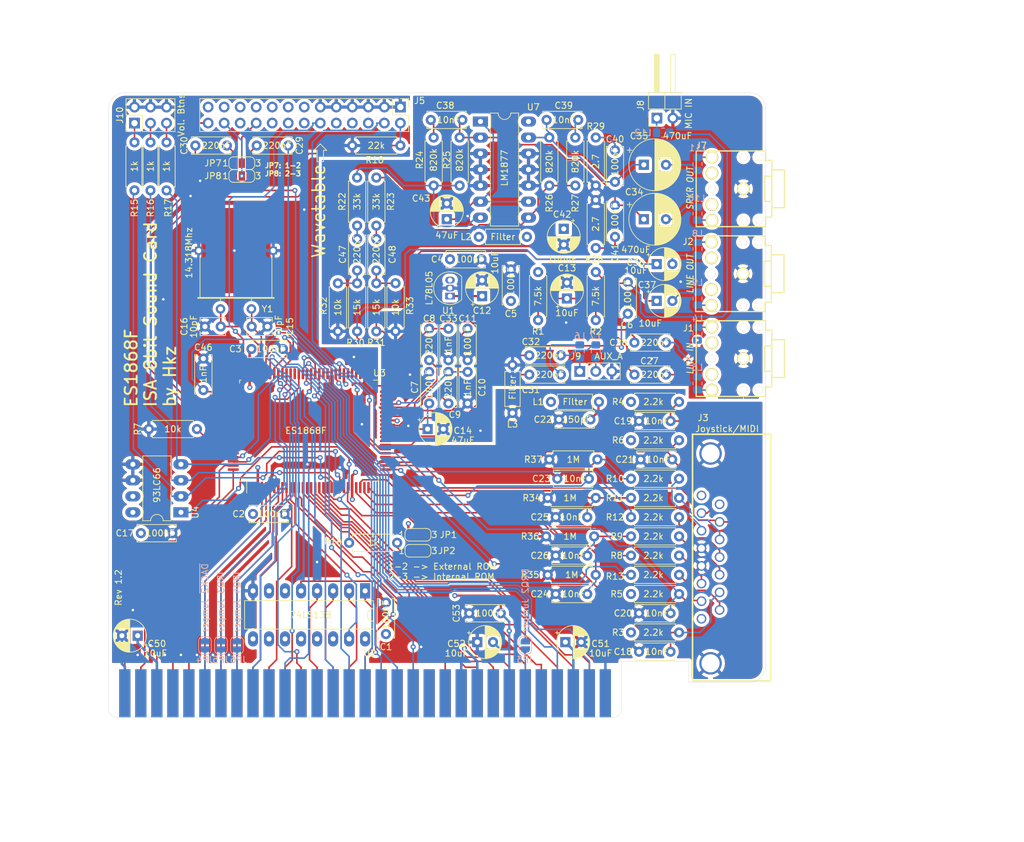
<source format=kicad_pcb>
(kicad_pcb (version 20221018) (generator pcbnew)
  (layers (0 "F.Cu" signal) (1 "In1.Cu" power) (2 "In2.Cu" power) (31 "B.Cu" signal) (34 "B.Paste" user) (35 "F.Paste" user) (36 "B.SilkS" user "B.Silkscreen") (37 "F.SilkS" user "F.Silkscreen") (38 "B.Mask" user) (39 "F.Mask" user) (44 "Edge.Cuts" user))
  (net 0 "")
  (net 1 "-12V")
  (net 2 "GND")
  (net 3 "+12V")
  (net 4 "VCC")
  (net 5 "GNDA")
  (net 6 "Net-(C6-Pad2)")
  (net 7 "Net-(C6-Pad1)")
  (net 8 "Net-(C14-Pad1)")
  (net 9 "Net-(C33-Pad1)")
  (net 10 "Net-(C8-Pad1)")
  (net 11 "Net-(C10-Pad1)")
  (net 12 "Net-(C9-Pad1)")
  (net 13 "Net-(C11-Pad1)")
  (net 14 "Net-(C13-Pad1)")
  (net 15 "Net-(C15-Pad2)")
  (net 16 "Net-(C16-Pad2)")
  (net 17 "Net-(C18-Pad2)")
  (net 18 "Net-(C19-Pad2)")
  (net 19 "Net-(C20-Pad2)")
  (net 20 "Net-(C21-Pad2)")
  (net 21 "Net-(C23-Pad2)")
  (net 22 "Net-(C24-Pad2)")
  (net 23 "Net-(C25-Pad2)")
  (net 24 "Net-(C26-Pad2)")
  (net 25 "Net-(C27-Pad1)")
  (net 26 "Net-(C28-Pad1)")
  (net 27 "/AUXBL")
  (net 28 "Net-(C29-Pad1)")
  (net 29 "/AUXBR")
  (net 30 "Net-(C30-Pad1)")
  (net 31 "Net-(C34-Pad1)")
  (net 32 "Net-(C35-Pad1)")
  (net 33 "/AOUTR")
  (net 34 "/AOUTL")
  (net 35 "Net-(C38-Pad1)")
  (net 36 "Net-(C39-Pad1)")
  (net 37 "Net-(C40-Pad1)")
  (net 38 "Net-(C41-Pad1)")
  (net 39 "Net-(C43-Pad1)")
  (net 40 "/RESETDRV")
  (net 41 "Net-(C47-Pad2)")
  (net 42 "Net-(C47-Pad1)")
  (net 43 "Net-(C48-Pad2)")
  (net 44 "Net-(C48-Pad1)")
  (net 45 "Net-(J3-Pad15)")
  (net 46 "Net-(J3-Pad13)")
  (net 47 "Net-(J3-Pad12)")
  (net 48 "Net-(J3-Pad11)")
  (net 49 "Net-(J3-Pad6)")
  (net 50 "Net-(J3-Pad3)")
  (net 51 "/~{RSTB}")
  (net 52 "/MSD")
  (net 53 "/MSO")
  (net 54 "/MCLK")
  (net 55 "Net-(J10-Pad5)")
  (net 56 "Net-(J10-Pad3)")
  (net 57 "Net-(J10-Pad1)")
  (net 58 "/A0")
  (net 59 "/A1")
  (net 60 "/A2")
  (net 61 "/A3")
  (net 62 "/A4")
  (net 63 "/A5")
  (net 64 "/A6")
  (net 65 "/A7")
  (net 66 "/A8")
  (net 67 "/A9")
  (net 68 "/A10")
  (net 69 "/A11")
  (net 70 "/A12")
  (net 71 "/A13")
  (net 72 "/A14")
  (net 73 "/A15")
  (net 74 "/AEN")
  (net 75 "/D0")
  (net 76 "/D1")
  (net 77 "/D2")
  (net 78 "/D3")
  (net 79 "/D4")
  (net 80 "/D5")
  (net 81 "/D6")
  (net 82 "/D7")
  (net 83 "/~{DACK2}")
  (net 84 "/IRQ3")
  (net 85 "/IRQ4")
  (net 86 "/IRQ5")
  (net 87 "/IRQ7")
  (net 88 "/DRQ1")
  (net 89 "/~{DACK1}")
  (net 90 "/DRQ3")
  (net 91 "/~{DACK3}")
  (net 92 "/~{IOR}")
  (net 93 "/~{IOW}")
  (net 94 "/DRQ2")
  (net 95 "/IRQ9")
  (net 96 "Net-(JP1-Pad2)")
  (net 97 "Net-(JP2-Pad2)")
  (net 98 "Net-(JP3-Pad2)")
  (net 99 "Net-(JP4-Pad2)")
  (net 100 "Net-(JP5-Pad2)")
  (net 101 "Net-(JP6-Pad2)")
  (net 102 "Net-(R7-Pad1)")
  (net 103 "/MSI")
  (net 104 "Net-(R14-Pad2)")
  (net 105 "Net-(R15-Pad1)")
  (net 106 "Net-(R16-Pad1)")
  (net 107 "Net-(R17-Pad1)")
  (net 108 "Net-(R22-Pad2)")
  (net 109 "Net-(R23-Pad2)")
  (net 110 "Net-(U2-Pad15)")
  (net 111 "Net-(C27-Pad2)")
  (net 112 "Net-(C28-Pad2)")
  (net 113 "Net-(C34-Pad2)")
  (net 114 "Net-(C35-Pad2)")
  (net 115 "Net-(C36-Pad2)")
  (net 116 "Net-(C37-Pad2)")
  (net 117 "/VDDA")
  (net 118 "/Filtered_12V")
  (net 119 "/FILTERED_VCC")
  (net 120 "Net-(J5-Pad24)")
  (net 121 "Net-(J5-Pad20)")
  (net 122 "Net-(C31-Pad2)")
  (net 123 "Net-(C31-Pad1)")
  (net 124 "Net-(C32-Pad2)")
  (net 125 "Net-(C32-Pad1)")
  (net 126 "Net-(J1-Pad3)")
  (net 127 "Net-(J1-Pad2)")
  (net 128 "Net-(J2-Pad3)")
  (net 129 "Net-(J2-Pad2)")
  (net 130 "Net-(J7-Pad3)")
  (net 131 "Net-(J7-Pad2)")
  (net 132 "Net-(J9-Pad2)")
  (net 133 "Net-(J9-Pad1)")
  (net 134 "Net-(J8-Pad1)")
  (footprint "Capacitor_THT:CP_Radial_D5.0mm_P2.50mm" (layer "F.Cu") (at 269.24 191.262)
    (fp_text reference "C52")
    (fp_text value "10uF")
  )
  (footprint "Capacitor_THT:C_Disc_D6.0mm_W2.5mm_P5.00mm" (layer "F.Cu") (at 267.97 186.69)
    (fp_text reference "C53")
    (fp_text value "100nF")
  )
  (footprint "Capacitor_THT:CP_Radial_D5.0mm_P2.50mm" (layer "F.Cu") (at 215.392 190.246 180)
    (fp_text reference "C50")
    (fp_text value "10uF")
  )
  (footprint "Capacitor_THT:CP_Radial_D5.0mm_P2.50mm" (layer "F.Cu") (at 283.21 191.262)
    (fp_text reference "C51")
    (fp_text value "10uF")
  )
  (footprint "Capacitor_THT:C_Disc_D6.0mm_W2.5mm_P5.00mm" (layer "F.Cu") (at 254.762 189.992 90)
    (fp_text reference "C1")
    (fp_text value "100nF")
  )
  (footprint "skiselev_footprints:Conn_Edge_PCB_ISA8" (layer "F.Cu") (at 251.46 199.39)
    (fp_text reference "J11" hide)
    (fp_text value "ISA BUS" hide)
  )
  (footprint "Capacitor_THT:C_Disc_D6.0mm_W2.5mm_P5.00mm" (layer "F.Cu") (at 233.68 170.942)
    (fp_text reference "C2")
    (fp_text value "100nF")
  )
  (footprint "Capacitor_THT:C_Disc_D6.0mm_W2.5mm_P5.00mm" (layer "F.Cu") (at 233.426 144.78)
    (fp_text reference "C3")
    (fp_text value "100nF")
  )
  (footprint "Capacitor_THT:C_Disc_D6.0mm_W2.5mm_P5.00mm" (layer "F.Cu") (at 264.922 130.556)
    (fp_text reference "C4")
    (fp_text value "100nF")
  )
  (footprint "Capacitor_THT:C_Disc_D6.0mm_W2.5mm_P5.00mm" (layer "F.Cu") (at 274.574 137.16 90)
    (fp_text reference "C5")
    (fp_text value "100nF")
  )
  (footprint "Capacitor_THT:C_Disc_D6.0mm_W2.5mm_P5.00mm" (layer "F.Cu") (at 293.116 139.192 90)
    (fp_text reference "C6")
    (fp_text value "100nF")
  )
  (footprint "Capacitor_THT:C_Disc_D6.0mm_W2.5mm_P5.00mm" (layer "F.Cu") (at 261.62 153.416 90)
    (fp_text reference "C7")
    (fp_text value "100nF")
  )
  (footprint "Capacitor_THT:C_Disc_D6.0mm_W2.5mm_P5.00mm" (layer "F.Cu") (at 261.62 146.558 90)
    (fp_text reference "C8")
    (fp_text value "220nF")
  )
  (footprint "Capacitor_THT:C_Disc_D6.0mm_W2.5mm_P5.00mm" (layer "F.Cu") (at 264.668 153.416 90)
    (fp_text reference "C9")
    (fp_text value "220nF")
  )
  (footprint "Capacitor_THT:C_Disc_D6.0mm_W2.5mm_P5.00mm" (layer "F.Cu") (at 267.716 148.416 -90)
    (fp_text reference "C10")
    (fp_text value "1nF")
  )
  (footprint "Capacitor_THT:C_Disc_D6.0mm_W2.5mm_P5.00mm" (layer "F.Cu") (at 267.716 141.558 -90)
    (fp_text reference "C11")
    (fp_text value "100nF")
  )
  (footprint "Capacitor_THT:CP_Radial_D5.0mm_P2.50mm" (layer "F.Cu") (at 270.002 136.398 90)
    (fp_text reference "C12")
    (fp_text value "10uF")
  )
  (footprint "Capacitor_THT:CP_Radial_D5.0mm_P2.50mm" (layer "F.Cu") (at 283.464 136.776 90)
    (fp_text reference "C13")
    (fp_text value "10uF")
  )
  (footprint "Capacitor_THT:CP_Radial_D5.0mm_P2.50mm" (layer "F.Cu") (at 261.366 157.48)
    (fp_text reference "C14")
    (fp_text value "47uF")
  )
  (footprint "Capacitor_THT:C_Disc_D3.8mm_W2.6mm_P2.50mm" (layer "F.Cu") (at 235.966 141.224 180)
    (fp_text reference "C15")
    (fp_text value "10pF")
  )
  (footprint "Capacitor_THT:C_Disc_D3.8mm_W2.6mm_P2.50mm" (layer "F.Cu") (at 226.06 141.224)
    (fp_text reference "C16")
    (fp_text value "10pF")
  )
  (footprint "Capacitor_THT:C_Disc_D6.0mm_W2.5mm_P5.00mm" (layer "F.Cu") (at 220.9 173.99 180)
    (fp_text reference "C17")
    (fp_text value "100nF")
  )
  (footprint "Capacitor_THT:C_Disc_D6.0mm_W2.5mm_P5.00mm" (layer "F.Cu") (at 294.894 192.786)
    (fp_text reference "C18")
    (fp_text value "10nF")
  )
  (footprint "Capacitor_THT:C_Disc_D6.0mm_W2.5mm_P5.00mm" (layer "F.Cu") (at 294.894 156.21)
    (fp_text reference "C19")
    (fp_text value "10nF")
  )
  (footprint "Capacitor_THT:C_Disc_D6.0mm_W2.5mm_P5.00mm" (layer "F.Cu") (at 294.894 186.69)
    (fp_text reference "C20")
    (fp_text value "10nF")
  )
  (footprint "Capacitor_THT:C_Disc_D6.0mm_W2.5mm_P5.00mm" (layer "F.Cu") (at 295.148 162.306)
    (fp_text reference "C21")
    (fp_text value "10nF")
  )
  (footprint "Capacitor_THT:C_Disc_D6.0mm_W2.5mm_P5.00mm" (layer "F.Cu") (at 282.194 155.956)
    (fp_text reference "C22")
    (fp_text value "150pF")
  )
  (footprint "Capacitor_THT:C_Disc_D6.0mm_W2.5mm_P5.00mm" (layer "F.Cu") (at 281.94 165.354)
    (fp_text reference "C23")
    (fp_text value "10nF")
  )
  (footprint "Capacitor_THT:C_Disc_D6.0mm_W2.5mm_P5.00mm" (layer "F.Cu") (at 281.686 183.642)
    (fp_text reference "C24")
    (fp_text value "10nF")
  )
  (footprint "Capacitor_THT:C_Disc_D6.0mm_W2.5mm_P5.00mm" (layer "F.Cu") (at 281.686 171.45)
    (fp_text reference "C25")
    (fp_text value "10nF")
  )
  (footprint "Capacitor_THT:C_Disc_D6.0mm_W2.5mm_P5.00mm" (layer "F.Cu") (at 281.686 177.546)
    (fp_text reference "C26")
    (fp_text value "10nF")
  )
  (footprint "Capacitor_THT:C_Disc_D6.0mm_W2.5mm_P5.00mm" (layer "F.Cu") (at 294.164 148.844)
    (fp_text reference "C27")
    (fp_text value "220nF")
  )
  (footprint "Capacitor_THT:C_Disc_D6.0mm_W2.5mm_P5.00mm" (layer "F.Cu") (at 294.164 143.764)
    (fp_text reference "C28")
    (fp_text value "220nF")
  )
  (footprint "Capacitor_THT:C_Disc_D6.0mm_W2.5mm_P5.00mm" (layer "F.Cu") (at 239.268 112.522 180)
    (fp_text reference "C29")
    (fp_text value "220nF")
  )
  (footprint "Capacitor_THT:C_Disc_D6.0mm_W2.5mm_P5.00mm" (layer "F.Cu") (at 224.536 112.522)
    (fp_text reference "C30")
    (fp_text value "220nF")
  )
  (footprint "Capacitor_THT:C_Disc_D6.0mm_W2.5mm_P5.00mm" (layer "F.Cu") (at 264.668 141.558 -90)
    (fp_text reference "C33")
    (fp_text value "1nF")
  )
  (footprint "Capacitor_THT:CP_Radial_D8.0mm_P3.50mm" (layer "F.Cu") (at 295.656 124.206)
    (fp_text reference "C34")
    (fp_text value "470uF")
  )
  (footprint "Capacitor_THT:CP_Radial_D8.0mm_P3.50mm" (layer "F.Cu") (at 295.656 115.57)
    (fp_text reference "C35")
    (fp_text value "470uF")
  )
  (footprint "Capacitor_THT:C_Disc_D6.0mm_W2.5mm_P5.00mm" (layer "F.Cu") (at 261.874 108.458)
    (fp_text reference "C38")
    (fp_text value "10nF")
  )
  (footprint "Capacitor_THT:C_Disc_D6.0mm_W2.5mm_P5.00mm" (layer "F.Cu") (at 285.242 108.458 180)
    (fp_text reference "C39")
    (fp_text value "10nF")
  )
  (footprint "Capacitor_THT:C_Disc_D6.0mm_W2.5mm_P5.00mm" (layer "F.Cu") (at 291.084 113.284 -90)
    (fp_text reference "C40")
    (fp_text value "100nF")
  )
  (footprint "Capacitor_THT:C_Disc_D6.0mm_W2.5mm_P5.00mm" (layer "F.Cu") (at 291.084 127 90)
    (fp_text reference "C41")
    (fp_text value "100nF")
  )
  (footprint "Capacitor_THT:CP_Radial_D5.0mm_P2.50mm" (layer "F.Cu") (at 282.956 125.73 -90)
    (fp_text reference "C42")
    (fp_text value "100uF")
  )
  (footprint "Capacitor_THT:CP_Radial_D5.0mm_P2.50mm" (layer "F.Cu") (at 264.414 124.206 90)
    (fp_text reference "C43")
    (fp_text value "47uF")
  )
  (footprint "Capacitor_THT:C_Disc_D6.0mm_W2.5mm_P5.00mm" (layer "F.Cu") (at 225.806 146.304 -90)
    (fp_text reference "C46")
    (fp_text value "1nF")
  )
  (footprint "Capacitor_THT:C_Disc_D6.0mm_W2.5mm_P5.00mm" (layer "F.Cu") (at 250.19 132.334 90)
    (fp_text reference "C47")
    (fp_text value "220nF")
  )
  (footprint "Capacitor_THT:C_Disc_D6.0mm_W2.5mm_P5.00mm" (layer "F.Cu") (at 253.238 132.334 90)
    (fp_text reference "C48")
    (fp_text value "220nF")
  )
  (footprint "Custom_Connectors:SB_DB15_152-3415" (layer "F.Cu") (at 304.8 187.566)
    (fp_text reference "J3")
    (fp_text value "Joystick/MIDI")
  )
  (footprint "Connector_PinHeader_2.54mm:PinHeader_2x13_P2.54mm_Vertical" (layer "F.Cu") (at 257.048 106.416 -90)
    (fp_text reference "J5")
    (fp_text value "Wavetable")
  )
  (footprint "Connector_PinHeader_2.54mm:PinHeader_2x03_P2.54mm_Vertical" (layer "F.Cu") (at 214.884 108.966 90)
    (fp_text reference "J10")
    (fp_text value "Vol. Btns")
  )
  (footprint "Jumper:SolderJumper-3_P1.3mm_Open_RoundedPad1.0x1.5mm_NumberLabels" (layer "F.Cu") (at 259.842 174.244)
    (fp_text reference "JP1")
    (fp_text value "Intl. ROM 1")
  )
  (footprint "Jumper:SolderJumper-3_P1.3mm_Open_RoundedPad1.0x1.5mm_NumberLabels" (layer "F.Cu") (at 259.842 176.784)
    (fp_text reference "JP2")
    (fp_text value "Intl. ROM 2")
  )
  (footprint "Inductor_THT:L_Axial_L5.3mm_D2.2mm_P7.62mm_Horizontal_Vishay_IM-1" (layer "F.Cu") (at 280.924 153.162)
    (fp_text reference "L1")
    (fp_text value "Filter")
  )
  (footprint "Inductor_THT:L_Axial_L5.3mm_D2.2mm_P7.62mm_Horizontal_Vishay_IM-1" (layer "F.Cu") (at 269.494 127)
    (fp_text reference "L2")
    (fp_text value "Filter")
  )
  (footprint "Inductor_THT:L_Axial_L5.3mm_D2.2mm_P7.62mm_Horizontal_Vishay_IM-1" (layer "F.Cu") (at 274.828 154.94 90)
    (fp_text reference "L3")
    (fp_text value "Filter")
  )
  (footprint "Resistor_THT:R_Axial_DIN0207_L6.3mm_D2.5mm_P7.62mm_Horizontal" (layer "F.Cu") (at 278.892 132.588 -90)
    (fp_text reference "R1")
    (fp_text value "7.5k")
  )
  (footprint "Resistor_THT:R_Axial_DIN0207_L6.3mm_D2.5mm_P7.62mm_Horizontal" (layer "F.Cu") (at 288.036 140.208 90)
    (fp_text reference "R2")
    (fp_text value "7.5k")
  )
  (footprint "Resistor_THT:R_Axial_DIN0207_L6.3mm_D2.5mm_P7.62mm_Horizontal" (layer "F.Cu") (at 301.244 189.738 180)
    (fp_text reference "R3")
    (fp_text value "2.2k")
  )
  (footprint "Resistor_THT:R_Axial_DIN0207_L6.3mm_D2.5mm_P7.62mm_Horizontal" (layer "F.Cu") (at 301.244 153.162 180)
    (fp_text reference "R4")
    (fp_text value "2.2k")
  )
  (footprint "Resistor_THT:R_Axial_DIN0207_L6.3mm_D2.5mm_P7.62mm_Horizontal" (layer "F.Cu") (at 301.244 183.642 180)
    (fp_text reference "R5")
    (fp_text value "2.2k")
  )
  (footprint "Resistor_THT:R_Axial_DIN0207_L6.3mm_D2.5mm_P7.62mm_Horizontal" (layer "F.Cu") (at 301.244 159.258 180)
    (fp_text reference "R6")
    (fp_text value "2.2k")
  )
  (footprint "Resistor_THT:R_Axial_DIN0207_L6.3mm_D2.5mm_P7.62mm_Horizontal" (layer "F.Cu") (at 301.244 177.546 180)
    (fp_text reference "R8")
    (fp_text value "2.2k")
  )
  (footprint "Resistor_THT:R_Axial_DIN0207_L6.3mm_D2.5mm_P7.62mm_Horizontal" (layer "F.Cu") (at 301.244 174.498 180)
    (fp_text reference "R9")
    (fp_text value "2.2k")
  )
  (footprint "Resistor_THT:R_Axial_DIN0207_L6.3mm_D2.5mm_P7.62mm_Horizontal" (layer "F.Cu") (at 301.244 165.354 180)
    (fp_text reference "R10")
    (fp_text value "2.2k")
  )
  (footprint "Resistor_THT:R_Axial_DIN0207_L6.3mm_D2.5mm_P7.62mm_Horizontal" (layer "F.Cu") (at 301.244 168.402 180)
    (fp_text reference "R11")
    (fp_text value "2.2k")
  )
  (footprint "Resistor_THT:R_Axial_DIN0207_L6.3mm_D2.5mm_P7.62mm_Horizontal" (layer "F.Cu") (at 301.244 171.45 180)
    (fp_text reference "R12")
    (fp_text value "2.2k")
  )
  (footprint "Resistor_THT:R_Axial_DIN0207_L6.3mm_D2.5mm_P7.62mm_Horizontal" (layer "F.Cu") (at 301.244 180.594 180)
    (fp_text reference "R13")
    (fp_text value "2.2k")
  )
  (footprint "Resistor_THT:R_Axial_DIN0207_L6.3mm_D2.5mm_P7.62mm_Horizontal" (layer "F.Cu") (at 256.54 175.514 180)
    (fp_text reference "R14")
    (fp_text value "1k")
  )
  (footprint "Resistor_THT:R_Axial_DIN0207_L6.3mm_D2.5mm_P7.62mm_Horizontal" (layer "F.Cu") (at 214.884 119.634 90)
    (fp_text reference "R15")
    (fp_text value "1k")
  )
  (footprint "Resistor_THT:R_Axial_DIN0207_L6.3mm_D2.5mm_P7.62mm_Horizontal" (layer "F.Cu") (at 217.424 119.634 90)
    (fp_text reference "R16")
    (fp_text value "1k")
  )
  (footprint "Resistor_THT:R_Axial_DIN0207_L6.3mm_D2.5mm_P7.62mm_Horizontal" (layer "F.Cu") (at 219.964 119.634 90)
    (fp_text reference "R17")
    (fp_text value "1k")
  )
  (footprint "Resistor_THT:R_Axial_DIN0207_L6.3mm_D2.5mm_P7.62mm_Horizontal" (layer "F.Cu") (at 257.048 112.522 180)
    (fp_text reference "R18")
    (fp_text value "22k")
  )
  (footprint "Resistor_THT:R_Axial_DIN0207_L6.3mm_D2.5mm_P7.62mm_Horizontal" (layer "F.Cu") (at 250.19 125.222 90)
    (fp_text reference "R22")
    (fp_text value "33k")
  )
  (footprint "Resistor_THT:R_Axial_DIN0207_L6.3mm_D2.5mm_P7.62mm_Horizontal" (layer "F.Cu") (at 253.238 125.222 90)
    (fp_text reference "R23")
    (fp_text value "33k")
  )
  (footprint "Resistor_THT:R_Axial_DIN0207_L6.3mm_D2.5mm_P7.62mm_Horizontal" (layer "F.Cu") (at 262.324 118.872 90)
    (fp_text reference "R24")
    (fp_text value "820k")
  )
  (footprint "Resistor_THT:R_Axial_DIN0207_L6.3mm_D2.5mm_P7.62mm_Horizontal" (layer "F.Cu") (at 266.446 118.872 90)
    (fp_text reference "R25")
    (fp_text value "820k")
  )
  (footprint "Resistor_THT:R_Axial_DIN0207_L6.3mm_D2.5mm_P7.62mm_Horizontal" (layer "F.Cu") (at 280.67 118.872 90)
    (fp_text reference "R26")
    (fp_text value "820k")
  )
  (footprint "Resistor_THT:R_Axial_DIN0207_L6.3mm_D2.5mm_P7.62mm_Horizontal" (layer "F.Cu") (at 284.792 118.872 90)
    (fp_text reference "R27")
    (fp_text value "820k")
  )
  (footprint "Resistor_THT:R_Axial_DIN0207_L6.3mm_D2.5mm_P7.62mm_Horizontal" (layer "F.Cu") (at 288.036 121.158 -90)
    (fp_text reference "R28")
    (fp_text value "2.7")
  )
  (footprint "Resistor_THT:R_Axial_DIN0207_L6.3mm_D2.5mm_P7.62mm_Horizontal" (layer "F.Cu") (at 288.036 118.872 90)
    (fp_text reference "R29")
    (fp_text value "2.7")
  )
  (footprint "Resistor_THT:R_Axial_DIN0207_L6.3mm_D2.5mm_P7.62mm_Horizontal" (layer "F.Cu") (at 250.19 141.986 90)
    (fp_text reference "R30")
    (fp_text value "15k")
  )
  (footprint "Resistor_THT:R_Axial_DIN0207_L6.3mm_D2.5mm_P7.62mm_Horizontal" (layer "F.Cu") (at 253.238 141.986 90)
    (fp_text reference "R31")
    (fp_text value "15k")
  )
  (footprint "Resistor_THT:R_Axial_DIN0207_L6.3mm_D2.5mm_P7.62mm_Horizontal" (layer "F.Cu") (at 247.142 134.366 -90)
    (fp_text reference "R32")
    (fp_text value "10k")
  )
  (footprint "Resistor_THT:R_Axial_DIN0207_L6.3mm_D2.5mm_P7.62mm_Horizontal" (layer "F.Cu") (at 256.286 134.366 -90)
    (fp_text reference "R33")
    (fp_text value "10k")
  )
  (footprint "Resistor_THT:R_Axial_DIN0207_L6.3mm_D2.5mm_P7.62mm_Horizontal" (layer "F.Cu") (at 280.416 168.402)
    (fp_text reference "R34")
    (fp_text value "1M")
  )
  (footprint "Resistor_THT:R_Axial_DIN0207_L6.3mm_D2.5mm_P7.62mm_Horizontal" (layer "F.Cu") (at 280.416 180.594)
    (fp_text reference "R35")
    (fp_text value "1M")
  )
  (footprint "Resistor_THT:R_Axial_DIN0207_L6.3mm_D2.5mm_P7.62mm_Horizontal" (layer "F.Cu") (at 280.162 174.498)
    (fp_text reference "R36")
    (fp_text value "1M")
  )
  (footprint "Resistor_THT:R_Axial_DIN0207_L6.3mm_D2.5mm_P7.62mm_Horizontal" (layer "F.Cu") (at 280.67 162.306)
    (fp_text reference "R37")
    (fp_text value "1M")
  )
  (footprint "Package_TO_SOT_THT:TO-92_Inline" (layer "F.Cu") (at 264.922 136.398 90)
    (fp_text reference "U1")
    (fp_text value "L78L05")
  )
  (footprint "Package_DIP:DIP-16_W7.62mm_LongPads" (layer "F.Cu") (at 251.46 183.134 -90)
    (fp_text reference "U2")
    (fp_text value "74LS138")
  )
  (footprint "Package_QFP:LQFP-14x20mm_P0.5mm" (layer "F.Cu") (at 242.57 157.734 90)
    (fp_text reference "U3")
    (fp_text value "ES1868F")
  )
  (footprint "Package_DIP:DIP-8_W7.62mm_LongPads" (layer "F.Cu") (at 222.25 170.688 180)
    (fp_text reference "U4")
    (fp_text value "93LC66")
  )
  (footprint "Package_DIP:DIP-14_W7.62mm_LongPads" (layer "F.Cu") (at 269.748 108.712)
    (fp_text reference "U7")
    (fp_text value "LM1877")
  )
  (footprint "My_Components:Conn_Audio_3.5mm_Stereo_SJ1-352XNG" (layer "F.Cu") (at 315.952 146.304 -90)
    (fp_text reference "J1")
    (fp_text value "LINE IN")
  )
  (footprint "My_Components:Conn_Audio_3.5mm_Stereo_SJ1-352XNG" (layer "F.Cu") (at 315.88 132.842 -90)
    (fp_text reference "J2")
    (fp_text value "LINE OUT")
  )
  (footprint "My_Components:Conn_Audio_3.5mm_Stereo_SJ1-352XNG" (layer "F.Cu") (at 315.952 119.38 -90)
    (fp_text reference "J7")
    (fp_text value "SPKR OUT")
  )
  (footprint "Resistor_THT:R_Axial_DIN0207_L6.3mm_D2.5mm_P7.62mm_Horizontal" (layer "F.Cu") (at 224.79 157.48 180)
    (fp_text reference "R7")
    (fp_text value "10k")
  )
  (footprint "Connector_PinHeader_2.54mm:PinHeader_1x02_P2.54mm_Horizontal" (layer "F.Cu") (at 297.72 108.18 90)
    (fp_text reference "J8")
    (fp_text value "MIC IN")
  )
  (footprint "Crystal:Crystal_HC49-U_Horizontal_1EP_style2" (layer "F.Cu") (at 233.426 138.43 180)
    (fp_text reference "Y1")
    (fp_text value "14.318Mhz")
  )
  (footprint "Jumper:SolderJumper-3_P1.3mm_Open_RoundedPad1.0x1.5mm_NumberLabels" (layer "F.Cu") (at 231.902 115.316)
    (fp_text reference "JP7")
    (fp_text value "WTBL. P20")
  )
  (footprint "Jumper:SolderJumper-3_P1.3mm_Open_RoundedPad1.0x1.5mm_NumberLabels" (layer "F.Cu") (at 231.902 117.348)
    (fp_text reference "JP8")
    (fp_text value "WTBL. P24")
  )
  (footprint "Custom_Connectors:MNT_KEYSTONE_9200-3" (layer "F.Cu") (at 292.15 195.584)
    (fp_text reference "REF**" hide)
    (fp_text value "MNT_KEYSTONE_9200-3" hide)
  )
  (footprint "Capacitor_THT:CP_Radial_D5.0mm_P2.50mm" (layer "F.Cu") (at 297.688 131.318)
    (fp_text reference "C36")
    (fp_text value "10uF")
  )
  (footprint "Capacitor_THT:CP_Radial_D5.0mm_P2.50mm" (layer "F.Cu") (at 297.688 137.16)
    (fp_text reference "C37")
    (fp_text value "10uF")
  )
  (footprint "Capacitor_THT:C_Disc_D6.0mm_W2.5mm_P5.00mm" (layer "F.Cu") (at 277.495 148.844)
    (fp_text reference "C31")
    (fp_text value "220nF")
  )
  (footprint "Capacitor_THT:C_Disc_D6.0mm_W2.5mm_P5.00mm" (layer "F.Cu") (at 277.495 145.796)
    (fp_text reference "C32")
    (fp_text value "220nF")
  )
  (footprint "Connector_PinHeader_2.54mm:PinHeader_1x03_P2.54mm_Vertical" (layer "F.Cu") (at 285.496 148.336 90)
    (fp_text reference "J9")
    (fp_text value "AUX_A")
  )
  (footprint "Jumper:SolderJumper-2_P1.3mm_Open_RoundedPad1.0x1.5mm" (layer "B.Cu") (at 276.86 191.786 90)
    (fp_text reference "JP3")
    (fp_text value "DRQ2 Jumper")
  )
  (footprint "Jumper:SolderJumper-2_P1.3mm_Open_RoundedPad1.0x1.5mm" (layer "B.Cu") (at 226.06 191.786 90)
    (fp_text reference "JP4")
    (fp_text value "~{DACK2} Jumper")
  )
  (footprint "Jumper:SolderJumper-2_P1.3mm_Open_RoundedPad1.0x1.5mm" (layer "B.Cu") (at 228.6 191.786 90)
    (fp_text reference "JP5")
    (fp_text value "IRQ3 Jumper")
  )
  (footprint "Jumper:SolderJumper-2_P1.3mm_Open_RoundedPad1.0x1.5mm" (layer "B.Cu") (at 231.14 191.786 90)
    (fp_text reference "JP6")
    (fp_text value "IRQ4 Jumper")
  )
  (footprint "Inductor_SMD:L_0805_2012Metric_Pad1.15x1.40mm_HandSolder" (layer "B.Cu") (at 304.165 142.367 -90)
    (fp_text reference "L4")
    (fp_text value "BLM21PG331BH1D")
  )
  (footprint "Inductor_SMD:L_0805_2012Metric_Pad1.15x1.40mm_HandSolder" (layer "B.Cu") (at 304.165 150.241 90)
    (fp_text reference "L5")
    (fp_text value "BLM21PG331BH1D")
  )
  (footprint "Inductor_SMD:L_0805_2012Metric_Pad1.15x1.40mm_HandSolder" (layer "B.Cu") (at 285.496 145.161 90)
    (fp_text reference "L6")
    (fp_text value "BLM21PG331BH1D")
  )
  (footprint "Inductor_SMD:L_0805_2012Metric_Pad1.15x1.40mm_HandSolder" (layer "B.Cu") (at 288.036 145.161 90)
    (fp_text reference "L7")
    (fp_text value "BLM21PG331BH1D")
  )
  (footprint "Inductor_SMD:L_0805_2012Metric_Pad1.15x1.40mm_HandSolder" (layer "B.Cu") (at 304.165 128.914 -90)
    (fp_text reference "L8")
    (fp_text value "BLM21PG331BH1D")
  )
  (footprint "Inductor_SMD:L_0805_2012Metric_Pad1.15x1.40mm_HandSolder" (layer "B.Cu") (at 304.165 136.779 90)
    (fp_text reference "L9")
    (fp_text value "BLM21PG331BH1D")
  )
  (footprint "Inductor_SMD:L_0805_2012Metric_Pad1.15x1.40mm_HandSolder" (layer "B.Cu") (at 304.165 123.317 90)
    (fp_text reference "L10")
    (fp_text value "742792093")
  )
  (footprint "Inductor_SMD:L_0805_2012Metric_Pad1.15x1.40mm_HandSolder" (layer "B.Cu") (at 304.165 115.443 -90)
    (fp_text reference "L11")
    (fp_text value "742792093")
  )
  (footprint "Inductor_SMD:L_0805_2012Metric_Pad1.15x1.40mm_HandSolder" (layer "B.Cu") (at 298.704 110.49)
    (fp_text reference "L12")
    (fp_text value "BLM21PG331BH1D")
  )
  (gr_line (start 243.84 113.284) (end 243.84 115.062) (stroke (width 0.12)) (layer "F.SilkS"))
  (gr_line (start 244.856 113.284) (end 245.364 113.284) (stroke (width 0.12)) (layer "F.SilkS"))
  (gr_line (start 243.84 115.062) (end 244.856 115.062) (stroke (width 0.12)) (layer "F.SilkS"))
  (gr_line (start 244.348 112.268) (end 243.332 113.284) (stroke (width 0.12)) (layer "F.SilkS"))
  (gr_line (start 243.332 113.284) (end 243.84 113.284) (stroke (width 0.12)) (layer "F.SilkS"))
  (gr_line (start 245.364 113.284) (end 244.348 112.268) (stroke (width 0.12)) (layer "F.SilkS"))
  (gr_line (start 244.856 115.062) (end 244.856 113.284) (stroke (width 0.12)) (layer "F.SilkS"))
  (gr_line (start 292.1 194.31) (end 302.768 194.31) (stroke (width 0.05)) (layer "Edge.Cuts"))
  (gr_line (start 212.09 203.2) (end 290.83 203.2) (stroke (width 0.05)) (layer "Edge.Cuts"))
  (gr_line (start 210.82 106.68) (end 210.82 194.31) (stroke (width 0.05)) (layer "Edge.Cuts"))
  (gr_line (start 213.36 104.14) (end 312.42 104.14) (stroke (width 0.05)) (layer "Edge.Cuts"))
  (gr_line (start 302.768 197.612) (end 302.768 194.31) (stroke (width 0.05)) (layer "Edge.Cuts"))
  (gr_arc (start 292.1 201.93) (mid 291.728026 202.828026) (end 290.83 203.2) (stroke (width 0.05)) (layer "Edge.Cuts"))
  (gr_arc (start 210.82 106.68) (mid 211.563949 104.883949) (end 213.36 104.14) (stroke (width 0.05)) (layer "Edge.Cuts"))
  (gr_arc (start 312.42 104.14) (mid 314.216051 104.883949) (end 314.96 106.68) (stroke (width 0.05)) (layer "Edge.Cuts"))
  (gr_arc (start 212.09 203.2) (mid 211.191974 202.828026) (end 210.82 201.93) (stroke (width 0.05)) (layer "Edge.Cuts"))
  (gr_arc (start 314.96 195.072) (mid 314.216051 196.868051) (end 312.42 197.612) (stroke (width 0.05)) (layer "Edge.Cuts"))
  (gr_line (start 292.1 201.93) (end 292.1 194.31) (stroke (width 0.05)) (layer "Edge.Cuts"))
  (gr_line (start 314.96 195.072) (end 314.96 106.68) (stroke (width 0.05)) (layer "Edge.Cuts"))
  (gr_line (start 210.82 201.93) (end 210.82 194.31) (stroke (width 0.05)) (layer "Edge.Cuts"))
  (gr_line (start 312.42 197.612) (end 302.768 197.612) (stroke (width 0.05)) (layer "Edge.Cuts"))
  (gr_text "ES1868F\nISA 8bit Sound Card\nby Hkz" (at 217.424 154.178 90) (layer "F.SilkS") (effects (font (size 1.9 1.9) (thickness 0.3)) (justify left)))
  (gr_text "JP7: 1-2\nJP8: 2-3" (at 235.458 116.332) (layer "F.SilkS") (effects (font (size 0.8 0.8) (thickness 0.2)) (justify left)))
  (gr_text "Rev 1.2" (at 212.344 182.626 90) (layer "F.SilkS") (effects (font (size 1 1))))
  (gr_text "1-2 -> External ROM\n2-3 -> Internal ROM" (at 255.016 180.086) (layer "F.SilkS") (effects (font (size 1 1)) (justify left)))
  (segment (start 265.684 183.896) (end 272.034 183.896) (width 0.35) (layer "F.Cu") (net 1))
  (segment (start 272.97 184.832) (end 272.97 186.69) (width 0.35) (layer "F.Cu") (net 1))
  (segment (start 272.034 183.896) (end 272.97 184.832) (width 0.35) (layer "F.Cu") (net 1))
  (via (at 265.684 183.896) (size 0.8) (drill 0.4) (layers "F.Cu" "B.Cu") (net 1))
  (via (at 274.32 189.484) (size 0.8) (drill 0.4) (layers "F.Cu" "B.Cu") (net 1))
  (segment (start 274.32 199.39) (end 274.32 192.001) (width 0.35) (layer "B.Cu") (net 1))
  (segment (start 274.32 192.001) (end 274.32 189.484) (width 0.35) (layer "B.Cu") (net 1))
  (segment (start 274.32 189.484) (end 274.32 188.04) (width 0.35) (layer "B.Cu") (net 1))
  (segment (start 271.74 191.262) (end 272.86 192.382) (width 0.35) (layer "B.Cu") (net 1))
  (segment (start 274.32 188.04) (end 272.97 186.69) (width 0.35) (layer "B.Cu") (net 1))
  (segment (start 272.86 192.382) (end 273.938 192.382) (width 0.35) (layer "B.Cu") (net 1))
  (segment (start 273.938 192.382) (end 274.32 192.001) (width 0.35) (layer "B.Cu") (net 1))
  (segment (start 248.095 166.759) (end 248.095 164.275) (width 0.4) (layer "F.Cu") (net 2))
  (segment (start 280.162 174.498) (end 261.2081 174.498) (width 0.4) (layer "F.Cu") (net 2))
  (segment (start 261.142 177.306) (end 261.142 176.784) (width 0.4) (layer "F.Cu") (net 2))
  (segment (start 261.2081 174.498) (end 261.142 174.4319) (width 0.4) (layer "F.Cu") (net 2))
  (segment (start 282.194 155.956) (end 281.744 156.406) (width 0.4) (layer "F.Cu") (net 2))
  (segment (start 248.095 164.1932) (end 247.4778 163.576) (width 0.4) (layer "F.Cu") (net 2))
  (segment (start 238.033 144.78) (end 238.426 144.78) (width 0.4) (layer "F.Cu") (net 2))
  (segment (start 237.045 166.759) (end 237.045 165.176475) (width 0.4) (layer "F.Cu") (net 2))
  (segment (start 237.045 165.176475) (end 237.032655 165.16413) (width 0.4) (layer "F.Cu") (net 2))
  (segment (start 243.078 153.416) (end 242.57 152.908) (width 0.4) (layer "F.Cu") (net 2))
  (segment (start 251.345 156.325) (end 250.952 156.718) (width 0.4) (layer "F.Cu") (net 2))
  (segment (start 248.095 164.275) (end 248.095 164.1932) (width 0.4) (layer "F.Cu") (net 2))
  (segment (start 246.145 148.709) (end 246.145 152.381) (width 0.4) (layer "F.Cu") (net 2))
  (segment (start 235.095 151.529) (end 236.982 153.416) (width 0.4) (layer "F.Cu") (net 2))
  (segment (start 251.345 148.709) (end 251.345 156.325) (width 0.4) (layer "F.Cu") (net 2))
  (segment (start 246.145 152.381) (end 245.11 153.416) (width 0.4) (layer "F.Cu") (net 2))
  (segment (start 235.095 148.709) (end 235.095 151.529) (width 0.4) (layer "F.Cu") (net 2))
  (segment (start 261.142 174.4319) (end 261.142 176.784) (width 0.4) (layer "F.Cu") (net 2))
  (segment (start 243.078 153.416) (end 245.11 153.416) (width 0.4) (layer "F.Cu") (net 2))
  (segment (start 236.982 153.416) (end 243.078 153.416) (width 0.4) (layer "F.Cu") (net 2))
  (segment (start 261.142 174.244) (end 261.142 174.4319) (width 0.4) (layer "F.Cu") (net 2))
  (segment (start 294.894 156.293) (end 294.894 156.21) (width 0.4) (layer "F.Cu") (net 2))
  (via (at 247.4778 163.576) (size 0.8) (drill 0.4) (layers "F.Cu" "B.Cu") (net 2))
  (via (at 219.456 136.906) (size 0.8) (drill 0.4) (layers "F.Cu" "B.Cu") (net 2))
  (via (at 223.774 120.523) (size 0.8) (drill 0.4) (layers "F.Cu" "B.Cu") (net 2))
  (via (at 225.298 118.11) (size 0.8) (drill 0.4) (layers "F.Cu" "B.Cu") (net 2))
  (via (at 217.424 191.77) (size 0.8) (drill 0.4) (layers "F.Cu" "B.Cu") (net 2))
  (via (at 230.738 129.18) (size 0.8) (drill 0.4) (layers "F.Cu" "B.Cu") (net 2))
  (via (at 260.35 192.024) (size 0.8) (drill 0.4) (layers "F.Cu" "B.Cu") (net 2))
  (via (at 242.316 163.068) (size 0.8) (drill 0.4) (layers "F.Cu" "B.Cu") (net 2))
  (via (at 224.79 193.294) (size 0.8) (drill 0.4) (layers "F.Cu" "B.Cu") (net 2))
  (via (at 227.33 193.294) (size 0.8) (drill 0.4) (layers "F.Cu" "B.Cu") (net 2))
  (via (at 242.57 152.908) (size 0.8) (drill 0.4) (layers "F.Cu" "B.Cu") (net 2))
  (via (at 241.808 122.682) (size 0.8) (drill 0.4) (layers "F.Cu" "B.Cu") (net 2))
  (via (at 229.87 193.294) (size 0.8) (drill 0.4) (layers "F.Cu" "B.Cu") (net 2))
  (via (at 237.032655 165.16413) (size 0.8) (drill 0.4) (layers "F.Cu" "B.Cu") (net 2))
  (via (at 243.84 178.562) (size 0.8) (drill 0.4) (layers "F.Cu" "B.Cu") (net 2))
  (via (at 214.63 186.182) (size 0.8) (drill 0.4) (layers "F.Cu" "B.Cu") (net 2))
  (via (at 250.952 156.718) (size 0.8) (drill 0.4) (layers "F.Cu" "B.Cu") (net 2))
  (via (at 249.682 146.05) (size 0.8) (drill 0.4) (layers "F.Cu" "B.Cu") (net 2))
  (via (at 215.392 193.294) (size 0.8) (drill 0.4) (layers "F.Cu" "B.Cu") (net 2))
  (via (at 222.25 193.294) (size 0.8) (drill 0.4) (layers "F.Cu" "B.Cu") (net 2))
  (via (at 219.71 193.294) (size 0.8) (drill 0.4) (layers "F.Cu" "B.Cu") (net 2))
  (segment (start 266.154 191.554) (end 266.154 193.764) (width 0.4) (layer "B.Cu") (net 2))
  (segment (start 212.892 194.712) (end 213.36 195.18) (width 0.4) (layer "B.Cu") (net 2))
  (segment (start 266.154 193.764) (end 266.7 194.31) (width 0.4) (layer "B.Cu") (net 2))
  (segment (start 289.56 193.548) (end 287.274 191.262) (width 0.4) (layer "B.Cu") (net 2))
  (segment (start 269.24 191.262) (end 266.446 191.262) (width 0.4) (layer "B.Cu") (net 2))
  (segment (start 287.274 191.262) (end 285.71 191.262) (width 0.4) (layer "B.Cu") (net 2))
  (segment (start 250.952 156.718) (end 250.952 156.9789) (width 0.4) (layer "B.Cu") (net 2))
  (segment (start 266.446 191.262) (end 266.154 191.554) (width 0.4) (layer "B.Cu") (net 2))
  (segment (start 289.56 199.39) (end 289.56 193.548) (width 0.4) (layer "B.Cu") (net 2))
  (segment (start 254.762 184.992) (end 254.762 185.559) (width 0.4) (layer "B.Cu") (net 2))
  (segment (start 213.36 195.18) (end 213.36 199.39) (width 0.4) (layer "B.Cu") (net 2))
  (segment (start 212.892 190.246) (end 212.892 194.712) (width 0.4) (layer "B.Cu") (net 2))
  (segment (start 266.7 194.31) (end 266.7 199.39) (width 0.4) (layer "B.Cu") (net 2))
  (via (at 267.208 192.278) (size 0.8) (drill 0.4) (layers "F.Cu" "B.Cu") (net 3))
  (segment (start 269.24 194.31) (end 267.208 192.278) (width 0.4) (layer "B.Cu") (net 3))
  (segment (start 269.24 199.39) (end 269.24 194.31) (width 0.4) (layer "B.Cu") (net 3))
  (segment (start 233.145 145.061) (end 233.426 144.78) (width 0.4) (layer "F.Cu") (net 4))
  (segment (start 233.145 148.709) (end 233.145 150.849) (width 0.4) (layer "F.Cu") (net 4))
  (segment (start 249.395 166.759) (end 249.395 168.623) (width 0.4) (layer "F.Cu") (net 4))
  (segment (start 248.095 148.709) (end 248.095 150.051) (width 0.4) (layer "F.Cu") (net 4))
  (segment (start 258.318 172.466) (end 258.318 174.02) (width 0.4) (layer "F.Cu") (net 4))
  (segment (start 234.445 166.759) (end 234.445 163.579) (width 0.4) (layer "F.Cu") (net 4))
  (segment (start 234.445 163.579) (end 234.442 163.576) (width 0.4) (layer "F.Cu") (net 4))
  (segment (start 258.318 174.02) (end 258.542 174.244) (width 0.4) (layer "F.Cu") (net 4))
  (segment (start 249.395 165.387) (end 249.395 164.879) (width 0.4) (layer "F.Cu") (net 4))
  (segment (start 249.395 168.623) (end 249.428 168.656) (width 0.4) (layer "F.Cu") (net 4))
  (segment (start 233.145 148.709) (end 233.145 145.061) (width 0.4) (layer "F.Cu") (net 4))
  (segment (start 233.145 150.849) (end 233.172 150.876) (width 0.4) (layer "F.Cu") (net 4))
  (segment (start 249.395 165.387) (end 249.395 166.759) (width 0.4) (layer "F.Cu") (net 4))
  (segment (start 248.095 150.051) (end 248.412 150.368) (width 0.4) (layer "F.Cu") (net 4))
  (segment (start 258.542 174.244) (end 258.542 176.784) (width 0.4) (layer "F.Cu") (net 4))
  (segment (start 249.395 164.879) (end 249.936 164.338) (width 0.4) (layer "F.Cu") (net 4))
  (segment (start 233.755 170.942) (end 233.68 170.942) (width 0.4) (layer "F.Cu") (net 4))
  (segment (start 233.755 171.164) (end 233.755 170.942) (width 0.4) (layer "F.Cu") (net 4))
  (via (at 258.318 172.466) (size 0.8) (drill 0.4) (layers "F.Cu" "B.Cu") (net 4))
  (via (at 233.172 150.876) (size 0.8) (drill 0.4) (layers "F.Cu" "B.Cu") (net 4))
  (via (at 249.428 168.656) (size 0.8) (drill 0.4) (layers "F.Cu" "B.Cu") (net 4))
  (via (at 249.936 164.338) (size 0.8) (drill 0.4) (layers "F.Cu" "B.Cu") (net 4))
  (via (at 248.412 150.368) (size 0.8) (drill 0.4) (layers "F.Cu" "B.Cu") (net 4))
  (via (at 234.442 163.576) (size 0.8) (drill 0.4) (layers "F.Cu" "B.Cu") (net 4))
  (segment (start 218.44 194.494) (end 218.44 199.39) (width 0.4) (layer "B.Cu") (net 4))
  (segment (start 284.48 199.39) (end 284.48 192.532) (width 0.4) (layer "B.Cu") (net 4))
  (segment (start 284.48 192.532) (end 283.21 191.262) (width 0.4) (layer "B.Cu") (net 4))
  (segment (start 215.392 190.246) (end 215.392 191.446) (width 0.4) (layer "B.Cu") (net 4))
  (segment (start 215.9 173.99) (end 216.23 173.66) (width 0.4) (layer "B.Cu") (net 4))
  (segment (start 215.392 191.446) (end 218.44 194.494) (width 0.4) (layer "B.Cu") (net 4))
  (segment (start 254.695011 157.409011) (end 257.880989 157.409011) (width 0.35) (layer "F.Cu") (net 5))
  (segment (start 254.695 157.409) (end 254.695011 157.409011) (width 0.35) (layer "F.Cu") (net 5))
  (segment (start 257.880989 157.409011) (end 258.318 156.972) (width 0.35) (layer "F.Cu") (net 5))
  (via (at 258.572 148.844) (size 0.8) (drill 0.4) (layers "F.Cu" "B.Cu") (net 5))
  (via (at 296.926 146.304) (size 0.8) (drill 0.4) (layers "F.Cu" "B.Cu") (net 5))
  (via (at 267.716 123.698) (size 0.8) (drill 0.4) (layers "F.Cu" "B.Cu") (net 5))
  (via (at 301.498 134.112) (size 0.8) (drill 0.4) (layers "F.Cu" "B.Cu") (net 5))
  (via (at 258.318 156.972) (size 0.8) (drill 0.4) (layers "F.Cu" "B.Cu") (net 5))
  (via (at 269.748 157.734) (size 0.8) (drill 0.4) (layers "F.Cu" "B.Cu") (net 5))
  (via (at 283.337 140.589) (size 0.8) (drill 0.4) (layers "F.Cu" "B.Cu") (net 5))
  (segment (start 292.942 134.366) (end 293.116 134.192) (width 0.25) (layer "F.Cu") (net 6))
  (segment (start 289.814 134.366) (end 292.942 134.366) (width 0.25) (layer "F.Cu") (net 6))
  (segment (start 288.036 132.588) (end 289.814 134.366) (width 0.25) (layer "F.Cu") (net 6))
  (segment (start 297.18 139.7) (end 297.434 139.7) (width 0.25) (layer "B.Cu") (net 6))
  (segment (start 294.894 135.97) (end 293.116 134.192) (width 0.25) (layer "B.Cu") (net 6))
  (segment (start 295.148 138.938) (end 295.148 136.224) (width 0.25) (layer "B.Cu") (net 6))
  (segment (start 295.91 139.7) (end 295.148 138.938) (width 0.25) (layer "B.Cu") (net 6))
  (segment (start 308.864 132.787002) (end 308.864 132.588) (width 0.25) (layer "B.Cu") (net 6))
  (segment (start 295.148 136.224) (end 294.894 135.97) (width 0.25) (layer "B.Cu") (net 6))
  (segment (start 298.704 139.7) (end 308.102 139.7) (width 0.25) (layer "B.Cu") (net 6))
  (segment (start 308.864 138.938) (end 308.864 132.588) (width 0.25) (layer "B.Cu") (net 6))
  (segment (start 306.07 110.744) (end 299.983 110.744) (width 0.25) (layer "B.Cu") (net 6))
  (segment (start 308.864 113.538) (end 306.07 110.744) (width 0.25) (layer "B.Cu") (net 6))
  (segment (start 299.983 110.744) (end 299.729 110.49) (width 0.25) (layer "B.Cu") (net 6))
  (segment (start 308.102 139.7) (end 308.864 138.938) (width 0.25) (layer "B.Cu") (net 6))
  (segment (start 308.864 132.588) (end 308.864 113.538) (width 0.25) (layer "B.Cu") (net 6))
  (segment (start 297.434 139.7) (end 298.704 139.7) (width 0.25) (layer "B.Cu") (net 6))
  (segment (start 298.704 139.7) (end 298.45 139.7) (width 0.25) (layer "B.Cu") (net 6))
  (segment (start 297.434 139.7) (end 295.91 139.7) (width 0.25) (layer "B.Cu") (net 6))
  (segment (start 267.095002 155.702) (end 268.841001 153.956001) (width 0.25) (layer "F.Cu") (net 7))
  (segment (start 259.6556 157.02999) (end 259.6556 157.005398) (width 0.25) (layer "F.Cu") (net 7))
  (segment (start 291.836694 144.272) (end 292.095347 144.530653) (width 0.25) (layer "F.Cu") (net 7))
  (segment (start 258.62659 158.059) (end 259.6556 157.02999) (width 0.25) (layer "F.Cu") (net 7))
  (segment (start 268.841001 153.941999) (end 269.621 153.162) (width 0.25) (layer "F.Cu") (net 7))
  (segment (start 269.621 153.162) (end 269.621 145.415) (width 0.25) (layer "F.Cu") (net 7))
  (segment (start 254.695 158.059) (end 258.62659 158.059) (width 0.25) (layer "F.Cu") (net 7))
  (segment (start 268.841001 153.956001) (end 268.841001 153.941999) (width 0.25) (layer "F.Cu") (net 7))
  (segment (start 269.621 145.415) (end 270.764 144.272) (width 0.25) (layer "F.Cu") (net 7))
  (segment (start 259.6556 157.005398) (end 260.958998 155.702) (width 0.25) (layer "F.Cu") (net 7))
  (segment (start 270.764 144.272) (end 291.836694 144.272) (width 0.25) (layer "F.Cu") (net 7))
  (segment (start 260.958998 155.702) (end 267.095002 155.702) (width 0.25) (layer "F.Cu") (net 7))
  (via (at 292.095347 144.530653) (size 0.8) (drill 0.4) (layers "F.Cu" "B.Cu") (net 7))
  (segment (start 292.1 143.51) (end 292.1 140.208) (width 0.25) (layer "B.Cu") (net 7))
  (segment (start 292.095347 143.514653) (end 292.1 143.51) (width 0.25) (layer "B.Cu") (net 7))
  (segment (start 292.095347 144.530653) (end 292.095347 143.514653) (width 0.25) (layer "B.Cu") (net 7))
  (segment (start 292.1 140.208) (end 293.116 139.192) (width 0.25) (layer "B.Cu") (net 7))
  (segment (start 259.842 157.48) (end 258.613 158.709) (width 0.25) (layer "F.Cu") (net 8))
  (segment (start 258.613 158.709) (end 254.695 158.709) (width 0.25) (layer "F.Cu") (net 8))
  (segment (start 261.366 157.48) (end 259.842 157.48) (width 0.25) (layer "F.Cu") (net 8))
  (segment (start 261.62 157.226) (end 261.366 157.48) (width 0.25) (layer "F.Cu") (net 8))
  (segment (start 261.366 153.67) (end 261.62 153.416) (width 0.25) (layer "B.Cu") (net 8))
  (segment (start 261.366 157.48) (end 261.366 153.67) (width 0.25) (layer "B.Cu") (net 8))
  (segment (start 253.869 154.159) (end 253.744 154.034) (width 0.25) (layer "F.Cu") (net 9))
  (segment (start 258.064 154.034) (end 258.064 153.924) (width 0.25) (layer "F.Cu") (net 9))
  (segment (start 258.064 153.924) (end 259.842 152.146) (width 0.25) (layer "F.Cu") (net 9))
  (segment (start 254.695 154.159) (end 253.869 154.159) (width 0.25) (layer "F.Cu") (net 9))
  (segment (start 261.62 141.558) (end 264.668 141.558) (width 0.25) (layer "F.Cu") (net 9))
  (segment (start 259.842 152.146) (end 259.842 143.336) (width 0.25) (layer "F.Cu") (net 9))
  (segment (start 259.842 143.336) (end 261.62 141.558) (width 0.25) (layer "F.Cu") (net 9))
  (segment (start 253.744 154.034) (end 258.064 154.034) (width 0.25) (layer "F.Cu") (net 9))
  (segment (start 262.89 149.73441) (end 259.334 153.29041) (width 0.25) (layer "F.Cu") (net 10))
  (segment (start 261.62 146.558) (end 262.89 147.828) (width 0.25) (layer "F.Cu") (net 10))
  (segment (start 255.721 155.009) (end 255.521 154.809) (width 0.25) (layer "F.Cu") (net 10))
  (segment (start 255.521 154.809) (end 254.695 154.809) (width 0.25) (layer "F.Cu") (net 10))
  (segment (start 258.249 155.009) (end 255.721 155.009) (width 0.25) (layer "F.Cu") (net 10))
  (segment (start 262.89 147.828) (end 262.89 149.73441) (width 0.25) (layer "F.Cu") (net 10))
  (segment (start 259.334 153.29041) (end 259.334 153.924) (width 0.25) (layer "F.Cu") (net 10))
  (segment (start 259.334 153.924) (end 258.249 155.009) (width 0.25) (layer "F.Cu") (net 10))
  (segment (start 256.594 153.509) (end 254.695 153.509) (width 0.25) (layer "F.Cu") (net 11))
  (segment (start 256.794 153.309) (end 256.594 153.509) (width 0.25) (layer "F.Cu") (net 11))
  (via (at 256.794 153.309) (size 0.8) (drill 0.4) (layers "F.Cu" "B.Cu") (net 11))
  (segment (start 264.668 148.416) (end 259.775 153.309) (width 0.25) (layer "B.Cu") (net 11))
  (segment (start 264.668 148.416) (end 267.716 148.416) (width 0.25) (layer "B.Cu") (net 11))
  (segment (start 259.775 153.309) (end 256.794 153.309) (width 0.25) (layer "B.Cu") (net 11))
  (segment (start 263.543 152.291) (end 261.08 152.291) (width 0.25) (layer "F.Cu") (net 12))
  (segment (start 264.668 153.416) (end 263.543 152.291) (width 0.25) (layer "F.Cu") (net 12))
  (segment (start 260.495 152.876) (end 260.495 153.525) (width 0.25) (layer "F.Cu") (net 12))
  (segment (start 260.495 153.525) (end 258.561 155.459) (width 0.25) (layer "F.Cu") (net 12))
  (segment (start 258.561 155.459) (end 254.695 155.459) (width 0.25) (layer "F.Cu") (net 12))
  (segment (start 261.08 152.291) (end 260.495 152.876) (width 0.25) (layer "F.Cu") (net 12))
  (segment (start 265.208001 154.541001) (end 266.192 153.557002) (width 0.25) (layer "F.Cu") (net 13))
  (segment (start 258.747401 155.909009) (end 260.115409 154.541001) (width 0.25) (layer "F.Cu") (net 13))
  (segment (start 260.115409 154.541001) (end 265.208001 154.541001) (width 0.25) (layer "F.Cu") (net 13))
  (segment (start 256.888001 156.909001) (end 257.81 155.987002) (width 0.25) (layer "F.Cu") (net 13))
  (segment (start 256.041998 156.759) (end 256.191999 156.909001) (width 0.25) (layer "F.Cu") (net 13))
  (segment (start 266.192 143.082) (end 267.716 141.558) (width 0.25) (layer "F.Cu") (net 13))
  (segment (start 266.192 153.557002) (end 266.192 143.082) (width 0.25) (layer "F.Cu") (net 13))
  (segment (start 257.81 155.987002) (end 257.81 155.956) (width 0.25) (layer "F.Cu") (net 13))
  (segment (start 257.85699 155.90901) (end 258.747401 155.909009) (width 0.25) (layer "F.Cu") (net 13))
  (segment (start 256.191999 156.909001) (end 256.888001 156.909001) (width 0.25) (layer "F.Cu") (net 13))
  (segment (start 257.81 155.956) (end 257.85699 155.90901) (width 0.25) (layer "F.Cu") (net 13))
  (segment (start 254.695 156.759) (end 256.041998 156.759) (width 0.25) (layer "F.Cu") (net 13))
  (segment (start 278.892 140.208) (end 278.892 138.43) (width 0.25) (layer "F.Cu") (net 14))
  (segment (start 286.128 136.776) (end 288.036 138.684) (width 0.25) (layer "F.Cu") (net 14))
  (segment (start 283.464 136.776) (end 286.128 136.776) (width 0.25) (layer "F.Cu") (net 14))
  (segment (start 280.546 136.776) (end 283.464 136.776) (width 0.25) (layer "F.Cu") (net 14))
  (segment (start 278.892 138.43) (end 280.546 136.776) (width 0.25) (layer "F.Cu") (net 14))
  (segment (start 288.036 138.684) (end 288.036 140.208) (width 0.25) (layer "F.Cu") (net 14))
  (segment (start 235.00101 142.75901) (end 235.001011 146.760989) (width 0.25) (layer "F.Cu") (net 15))
  (segment (start 233.466 141.224) (end 235.00101 142.75901) (width 0.25) (layer "F.Cu") (net 15))
  (segment (start 234.445 148.709) (end 234.445 149.557) (width 0.25) (layer "F.Cu") (net 15))
  (segment (start 233.466 138.47) (end 233.426 138.43) (width 0.25) (layer "F.Cu") (net 15))
  (segment (start 233.466 141.224) (end 233.466 138.47) (width 0.25) (layer "F.Cu") (net 15))
  (segment (start 234.445 147.317) (end 234.445 148.709) (width 0.25) (layer "F.Cu") (net 15))
  (segment (start 235.001011 146.760989) (end 234.445 147.317) (width 0.25) (layer "F.Cu") (net 15))
  (segment (start 228.56 138.464) (end 228.526 138.43) (width 0.25) (layer "F.Cu") (net 16))
  (segment (start 233.795 146.951) (end 233.795 148.709) (width 0.25) (layer "F.Cu") (net 16))
  (segment (start 233.795 148.709) (end 233.795 149.57) (width 0.25) (layer "F.Cu") (net 16))
  (segment (start 232.386903 141.998901) (end 234.551001 144.162999) (width 0.25) (layer "F.Cu") (net 16))
  (segment (start 232.386903 141.962903) (end 231.648 141.224) (width 0.25) (layer "F.Cu") (net 16))
  (segment (start 234.551001 146.194999) (end 233.795 146.951) (width 0.25) (layer "F.Cu") (net 16))
  (segment (start 231.648 141.224) (end 228.56 141.224) (width 0.25) (layer "F.Cu") (net 16))
  (segment (start 232.386903 141.998901) (end 232.386903 141.962903) (width 0.25) (layer "F.Cu") (net 16))
  (segment (start 228.56 141.224) (end 228.56 138.464) (width 0.25) (layer "F.Cu") (net 16))
  (segment (start 234.551001 144.162999) (end 234.551001 146.194999) (width 0.25) (layer "F.Cu") (net 16))
  (segment (start 295.4178 189.738) (end 284.5377 178.8579) (width 0.25) (layer "F.Cu") (net 17))
  (segment (start 299.894 189.738) (end 295.4178 189.738) (width 0.25) (layer "F.Cu") (net 17))
  (segment (start 256.9773 163.909) (end 254.695 163.909) (width 0.25) (layer "F.Cu") (net 17))
  (segment (start 257.1079 164.0396) (end 256.9773 163.909) (width 0.25) (layer "F.Cu") (net 17))
  (segment (start 299.894 189.738) (end 299.894 192.786) (width 0.25) (layer "F.Cu") (net 17))
  (segment (start 301.244 189.738) (end 299.894 189.738) (width 0.25) (layer "F.Cu") (net 17))
  (segment (start 284.5377 178.8579) (end 271.9262 178.8579) (width 0.25) (layer "F.Cu") (net 17))
  (via (at 271.9262 178.8579) (size 0.8) (drill 0.4) (layers "F.Cu" "B.Cu") (net 17))
  (via (at 257.1079 164.0396) (size 0.8) (drill 0.4) (layers "F.Cu" "B.Cu") (net 17))
  (segment (start 306.324 184.7212) (end 307.6702 183.375) (width 0.25) (layer "B.Cu") (net 17))
  (segment (start 301.244 189.738) (end 304.546 189.738) (width 0.25) (layer "B.Cu") (net 17))
  (segment (start 306.324 187.96) (end 306.324 184.7212) (width 0.25) (layer "B.Cu") (net 17))
  (segment (start 257.1079 164.0396) (end 271.9262 178.8579) (width 0.25) (layer "B.Cu") (net 17))
  (segment (start 304.546 189.738) (end 306.324 187.96) (width 0.25) (layer "B.Cu") (net 17))
  (segment (start 301.244 153.162) (end 299.894 154.512) (width 0.25) (layer "F.Cu") (net 18))
  (segment (start 303.53 157.988) (end 303.53 164.084) (width 0.25) (layer "F.Cu") (net 18))
  (segment (start 301.4321 166.8121) (end 303.53 168.91) (width 0.25) (layer "F.Cu") (net 18))
  (segment (start 307.4292 171.958) (end 307.6702 172.199) (width 0.25) (layer "F.Cu") (net 18))
  (segment (start 308.356 165.862) (end 310.134 167.64) (width 0.25) (layer "F.Cu") (net 18))
  (segment (start 303.53 168.91) (end 303.53 171.140762) (width 0.25) (layer "F.Cu") (net 18))
  (segment (start 259.265 163.259) (end 262.8181 166.8121) (width 0.25) (layer "F.Cu") (net 18))
  (segment (start 262.8181 166.8121) (end 301.4321 166.8121) (width 0.25) (layer "F.Cu") (net 18))
  (segment (start 301.752 156.21) (end 303.53 157.988) (width 0.25) (layer "F.Cu") (net 18))
  (segment (start 299.894 156.21) (end 301.752 156.21) (width 0.25) (layer "F.Cu") (net 18))
  (segment (start 254.695 163.259) (end 259.265 163.259) (width 0.25) (layer "F.Cu") (net 18))
  (segment (start 303.53 171.140762) (end 304.347238 171.958) (width 0.25) (layer "F.Cu") (net 18))
  (segment (start 304.347238 171.958) (end 307.4292 171.958) (width 0.25) (layer "F.Cu") (net 18))
  (segment (start 310.134 171.196) (end 309.131 172.199) (width 0.25) (layer "F.Cu") (net 18))
  (segment (start 299.894 154.512) (end 299.894 156.21) (width 0.25) (layer "F.Cu") (net 18))
  (segment (start 303.53 164.084) (end 305.308 165.862) (width 0.25) (layer "F.Cu") (net 18))
  (segment (start 305.308 165.862) (end 308.356 165.862) (width 0.25) (layer "F.Cu") (net 18))
  (segment (start 310.134 167.64) (end 310.134 171.196) (width 0.25) (layer "F.Cu") (net 18))
  (segment (start 309.131 172.199) (end 307.6702 172.199) (width 0.25) (layer "F.Cu") (net 18))
  (segment (start 259.76199 162.73399) (end 260.26999 162.73399) (width 0.25) (layer "F.Cu") (net 19))
  (segment (start 304.686 184.658) (end 304.8 184.772) (width 0.25) (layer "F.Cu") (net 19))
  (segment (start 260.26999 162.73399) (end 263.144 165.608) (width 0.25) (layer "F.Cu") (net 19))
  (segment (start 253.82 162.609) (end 253.49499 162.93401) (width 0.25) (layer "F.Cu") (net 19))
  (segment (start 254.695 162.609) (end 253.82 162.609) (width 0.25) (layer "F.Cu") (net 19))
  (segment (start 253.743952 162.73399) (end 259.76199 162.73399) (width 0.25) (layer "F.Cu") (net 19))
  (segment (start 301.244 183.642) (end 302.26 184.658) (width 0.25) (layer "F.Cu") (net 19))
  (segment (start 253.49499 162.982952) (end 253.743952 162.73399) (width 0.25) (layer "F.Cu") (net 19))
  (segment (start 253.49499 162.93401) (end 253.49499 162.982952) (width 0.25) (layer "F.Cu") (net 19))
  (segment (start 302.26 184.658) (end 304.686 184.658) (width 0.25) (layer "F.Cu") (net 19))
  (via (at 263.144 165.608) (size 0.8) (drill 0.4) (layers "F.Cu" "B.Cu") (net 19))
  (segment (start 288.9102 173.3726) (end 291.5596 176.022) (width 0.25) (layer "B.Cu") (net 19))
  (segment (start 263.144 165.608) (end 270.9086 173.3726) (width 0.25) (layer "B.Cu") (net 19))
  (segment (start 272.1786 173.3726) (end 288.9102 173.3726) (width 0.25) (layer "B.Cu") (net 19))
  (segment (start 272.1147 173.3726) (end 272.1786 173.3726) (width 0.25) (layer "B.Cu") (net 19))
  (segment (start 301.244 183.642) (end 299.894 184.992) (width 0.25) (layer "B.Cu") (net 19))
  (segment (start 293.7099 176.022) (end 301.244 183.5561) (width 0.25) (layer "B.Cu") (net 19))
  (segment (start 291.5596 176.022) (end 293.7099 176.022) (width 0.25) (layer "B.Cu") (net 19))
  (segment (start 270.9086 173.3726) (end 272.1786 173.3726) (width 0.25) (layer "B.Cu") (net 19))
  (segment (start 301.244 183.5561) (end 301.244 183.642) (width 0.25) (layer "B.Cu") (net 19))
  (segment (start 299.894 184.992) (end 299.894 186.69) (width 0.25) (layer "B.Cu") (net 19))
  (segment (start 300.3645 162.0895) (end 300.581 161.873) (width 0.25) (layer "F.Cu") (net 20))
  (segment (start 301.244 159.258) (end 299.4556 161.0464) (width 0.25) (layer "F.Cu") (net 20))
  (segment (start 254.695 161.959) (end 279.351998 161.959) (width 0.25) (layer "F.Cu") (net 20))
  (segment (start 303.211001 164.527001) (end 306.324 167.64) (width 0.25) (layer "F.Cu") (net 20))
  (segment (start 305.702 170.802) (end 304.8 170.802) (width 0.25) (layer "F.Cu") (net 20))
  (segment (start 301.926 164.084) (end 302.369001 164.527001) (width 0.25) (layer "F.Cu") (net 20))
  (segment (start 302.369001 164.527001) (end 303.211001 164.527001) (width 0.25) (layer "F.Cu") (net 20))
  (segment (start 299.4556 161.0464) (end 299.4556 161.1806) (width 0.25) (layer "F.Cu") (net 20))
  (segment (start 306.324 167.64) (end 306.324 170.18) (width 0.25) (layer "F.Cu") (net 20))
  (segment (start 300.3645 162.0895) (end 299.4556 161.1806) (width 0.25) (layer "F.Cu") (net 20))
  (segment (start 279.351998 161.959) (end 280.264598 161.0464) (width 0.25) (layer "F.Cu") (net 20))
  (segment (start 300.148 162.306) (end 300.3645 162.0895) (width 0.25) (layer "F.Cu") (net 20))
  (segment (start 280.264598 161.0464) (end 299.4556 161.0464) (width 0.25) (layer "F.Cu") (net 20))
  (segment (start 301.926 164.084) (end 302.006 164.084) (width 0.25) (layer "F.Cu") (net 20))
  (segment (start 300.148 162.306) (end 301.926 164.084) (width 0.25) (layer "F.Cu") (net 20))
  (segment (start 306.324 170.18) (end 305.702 170.802) (width 0.25) (layer "F.Cu") (net 20))
  (segment (start 267.7699 168.0021) (end 253.2381 168.0021) (width 0.25) (layer "F.Cu") (net 21))
  (segment (start 253.2381 168.0021) (end 251.995 166.759) (width 0.25) (layer "F.Cu") (net 21))
  (segment (start 286.94 165.354) (end 286.94 163.656) (width 0.25) (layer "F.Cu") (net 21))
  (segment (start 286.94 163.656) (end 288.29 162.306) (width 0.25) (layer "F.Cu") (net 21))
  (via (at 267.7699 168.0021) (size 0.8) (drill 0.4) (layers "F.Cu" "B.Cu") (net 21))
  (segment (start 285.7741 166.5199) (end 269.2521 166.5199) (width 0.25) (layer "B.Cu") (net 21))
  (segment (start 292.4633 165.354) (end 289.4153 162.306) (width 0.25) (layer "B.Cu") (net 21))
  (segment (start 269.2521 166.5199) (end 267.7699 168.0021) (width 0.25) (layer "B.Cu") (net 21))
  (segment (start 286.94 165.354) (end 285.7741 166.5199) (width 0.25) (layer "B.Cu") (net 21))
  (segment (start 293.624 165.354) (end 292.4633 165.354) (width 0.25) (layer "B.Cu") (net 21))
  (segment (start 288.29 162.306) (end 289.4153 162.306) (width 0.25) (layer "B.Cu") (net 21))
  (segment (start 288.036 177.546) (end 288.036 180.594) (width 0.25) (layer "F.Cu") (net 22))
  (segment (start 251.345 167.594) (end 253.1857 169.4347) (width 0.25) (layer "F.Cu") (net 22))
  (segment (start 286.4122 175.6234) (end 288.036 177.2472) (width 0.25) (layer "F.Cu") (net 22))
  (segment (start 283.5158 175.6234) (end 286.4122 175.6234) (width 0.25) (layer "F.Cu") (net 22))
  (segment (start 277.3271 169.4347) (end 283.5158 175.6234) (width 0.25) (layer "F.Cu") (net 22))
  (segment (start 251.345 166.759) (end 251.345 167.594) (width 0.25) (layer "F.Cu") (net 22))
  (segment (start 288.036 177.2472) (end 288.036 177.546) (width 0.25) (layer "F.Cu") (net 22))
  (segment (start 293.624 177.546) (end 288.036 177.546) (width 0.25) (layer "F.Cu") (net 22))
  (segment (start 253.1857 169.4347) (end 277.3271 169.4347) (width 0.25) (layer "F.Cu") (net 22))
  (segment (start 286.686 183.0693) (end 286.686 183.642) (width 0.25) (layer "B.Cu") (net 22))
  (segment (start 288.036 181.7193) (end 286.686 183.0693) (width 0.25) (layer "B.Cu") (net 22))
  (segment (start 288.036 180.594) (end 288.036 181.7193) (width 0.25) (layer "B.Cu") (net 22))
  (segment (start 286.9107 168.402) (end 285.7854 167.2767) (width 0.25) (layer "F.Cu") (net 23))
  (segment (start 256.5861 167.2767) (end 254.835 165.5256) (width 0.25) (layer "F.Cu") (net 23))
  (segment (start 293.624 168.402) (end 288.036 168.402) (width 0.25) (layer "F.Cu") (net 23))
  (segment (start 288.036 168.402) (end 286.9107 168.402) (width 0.25) (layer "F.Cu") (net 23))
  (segment (start 254.835 165.5256) (end 251.0924 165.5256) (width 0.25) (layer "F.Cu") (net 23))
  (segment (start 250.695 166.759) (end 250.695 165.923) (width 0.25) (layer "F.Cu") (net 23))
  (segment (start 285.7854 167.2767) (end 256.5861 167.2767) (width 0.25) (layer "F.Cu") (net 23))
  (segment (start 251.0924 165.5256) (end 250.695 165.923) (width 0.25) (layer "F.Cu") (net 23))
  (segment (start 288.036 168.879) (end 288.036 168.6405) (width 0.25) (layer "B.Cu") (net 23))
  (segment (start 288.036 168.6405) (end 288.036 168.402) (width 0.25) (layer "B.Cu") (net 23))
  (segment (start 286.686 171.45) (end 286.686 170.877) (width 0.25) (layer "B.Cu") (net 23))
  (segment (start 286.686 169.9905) (end 286.686 170.877) (width 0.25) (layer "B.Cu") (net 23))
  (segment (start 288.036 168.6405) (end 286.686 169.9905) (width 0.25) (layer "B.Cu") (net 23))
  (segment (start 284.8015 177.546) (end 286.686 177.546) (width 0.25) (layer "F.Cu") (net 24))
  (segment (start 250.045 166.759) (end 250.045 167.5961) (width 0.25) (layer "F.Cu") (net 24))
  (segment (start 253.2014 170.7525) (end 278.008 170.7525) (width 0.25) (layer "F.Cu") (net 24))
  (segment (start 250.045 167.5961) (end 253.2014 170.7525) (width 0.25) (layer "F.Cu") (net 24))
  (segment (start 278.008 170.7525) (end 284.8015 177.546) (width 0.25) (layer "F.Cu") (net 24))
  (segment (start 293.624 174.498) (end 287.782 174.498) (width 0.25) (layer "F.Cu") (net 24))
  (segment (start 287.782 175.6233) (end 286.686 176.7193) (width 0.25) (layer "B.Cu") (net 24))
  (segment (start 287.782 174.498) (end 287.782 175.6233) (width 0.25) (layer "B.Cu") (net 24))
  (segment (start 286.686 176.7193) (end 286.686 177.546) (width 0.25) (layer "B.Cu") (net 24))
  (segment (start 254.695 152.859) (end 256.081 152.859) (width 0.25) (layer "F.Cu") (net 25))
  (segment (start 270.011609 142.376609) (end 270.637 143.002) (width 0.25) (layer "F.Cu") (net 25))
  (segment (start 291.592 143.002) (end 292.989 144.399) (width 0.25) (layer "F.Cu") (net 25))
  (segment (start 256.081 152.859) (end 256.345 152.595) (width 0.25) (layer "F.Cu") (net 25))
  (segment (start 292.989 144.399) (end 292.989 147.669) (width 0.25) (layer "F.Cu") (net 25))
  (segment (start 256.345 144.467) (end 260.379001 140.432999) (width 0.25) (layer "F.Cu") (net 25))
  (segment (start 268.256001 140.432999) (end 270.011609 142.188607) (width 0.25) (layer "F.Cu") (net 25))
  (segment (start 270.637 143.002) (end 291.592 143.002) (width 0.25) (layer "F.Cu") (net 25))
  (segment (start 260.379001 140.432999) (end 268.256001 140.432999) (width 0.25) (layer "F.Cu") (net 25))
  (segment (start 256.345 152.595) (end 256.345 144.467) (width 0.25) (layer "F.Cu") (net 25))
  (segment (start 292.989 147.669) (end 294.164 148.844) (width 0.25) (layer "F.Cu") (net 25))
  (segment (start 270.011609 142.188607) (end 270.011609 142.376609) (width 0.25) (layer "F.Cu") (net 25))
  (segment (start 255.715 152.209) (end 255.895 152.029) (width 0.25) (layer "F.Cu") (net 26))
  (segment (start 292.995598 141.738598) (end 294.164 142.907) (width 0.25) (layer "F.Cu") (net 26))
  (segment (start 255.895 144.155) (end 260.06701 139.98299) (width 0.25) (layer "F.Cu") (net 26))
  (segment (start 294.164 142.907) (end 294.164 143.764) (width 0.25) (layer "F.Cu") (net 26))
  (segment (start 254.695 152.209) (end 255.715 152.209) (width 0.25) (layer "F.Cu") (net 26))
  (segment (start 270.19801 141.738598) (end 292.995598 141.738598) (width 0.25) (layer "F.Cu") (net 26))
  (segment (start 260.06701 139.98299) (end 268.442402 139.98299) (width 0.25) (layer "F.Cu") (net 26))
  (segment (start 255.895 152.029) (end 255.895 144.155) (width 0.25) (layer "F.Cu") (net 26))
  (segment (start 268.442402 139.98299) (end 270.19801 141.738598) (width 0.25) (layer "F.Cu") (net 26))
  (segment (start 233.202 113.588) (end 234.268 112.522) (width 0.25) (layer "F.Cu") (net 27))
  (segment (start 233.202 117.348) (end 233.202 115.316) (width 0.25) (layer "F.Cu") (net 27))
  (segment (start 234.442 112.696) (end 234.268 112.522) (width 0.25) (layer "F.Cu") (net 27))
  (segment (start 233.202 115.316) (end 233.202 113.588) (width 0.25) (layer "F.Cu") (net 27))
  (segment (start 234.268 112.522) (end 234.188 112.442) (width 0.25) (layer "B.Cu") (net 27))
  (segment (start 253.851 161.309) (end 250.1969 157.6549) (width 0.25) (layer "F.Cu") (net 28))
  (segment (start 254.695 161.309) (end 253.851 161.309) (width 0.25) (layer "F.Cu") (net 28))
  (segment (start 250.1969 157.6549) (end 250.1969 151.2705) (width 0.25) (layer "F.Cu") (net 28))
  (via (at 250.1969 151.2705) (size 0.8) (drill 0.4) (layers "F.Cu" "B.Cu") (net 28))
  (segment (start 248.4257 149.10991) (end 247.38409 149.10991) (width 0.25) (layer "B.Cu") (net 28))
  (segment (start 249.936 150.62021) (end 248.4257 149.10991) (width 0.25) (layer "B.Cu") (net 28))
  (segment (start 247.38409 149.10991) (end 247.3721 149.1219) (width 0.25) (layer "B.Cu") (net 28))
  (segment (start 247.3721 149.1219) (end 239.268 141.0178) (width 0.25) (layer "B.Cu") (net 28))
  (segment (start 239.268 141.0178) (end 239.268 112.522) (width 0.25) (layer "B.Cu") (net 28))
  (segment (start 250.1969 150.8829) (end 249.936 150.622) (width 0.25) (layer "B.Cu") (net 28))
  (segment (start 249.936 150.622) (end 249.936 150.62021) (width 0.25) (layer "B.Cu") (net 28))
  (segment (start 250.1969 151.2705) (end 250.1969 150.8829) (width 0.25) (layer "B.Cu") (net 28))
  (segment (start 230.602 113.588) (end 229.536 112.522) (width 0.25) (layer "F.Cu") (net 29))
  (segment (start 230.602 115.316) (end 230.602 113.588) (width 0.25) (layer "F.Cu") (net 29))
  (segment (start 230.602 117.348) (end 230.602 115.316) (width 0.25) (layer "F.Cu") (net 29))
  (segment (start 229.362 112.696) (end 229.536 112.522) (width 0.25) (layer "F.Cu") (net 29))
  (segment (start 229.108 112.094) (end 229.536 112.522) (width 0.25) (layer "B.Cu") (net 29))
  (segment (start 224.536 112.522) (end 224.536 119.126) (width 0.25) (layer "F.Cu") (net 30))
  (segment (start 253.84 160.659) (end 252.9101 159.7291) (width 0.25) (layer "F.Cu") (net 30))
  (segment (start 252.9101 159.6921) (end 252.145 158.927) (width 0.25) (layer "F.Cu") (net 30))
  (segment (start 224.536 119.126) (end 225.044 119.634) (width 0.25) (layer "F.Cu") (net 30))
  (segment (start 252.9101 159.7291) (end 252.9101 159.6921) (width 0.25) (layer "F.Cu") (net 30))
  (segment (start 253.84 160.659) (end 254.695 160.659) (width 0.25) (layer "F.Cu") (net 30))
  (segment (start 225.044 119.634) (end 240.322 119.634) (width 0.25) (layer "F.Cu") (net 30))
  (segment (start 252.145 158.927) (end 252.145 152.908) (width 0.25) (layer "F.Cu") (net 30))
  (via (at 252.145 152.908) (size 0.8) (drill 0.4) (layers "F.Cu" "B.Cu") (net 30))
  (via (at 240.322 119.634) (size 0.8) (drill 0.4) (layers "F.Cu" "B.Cu") (net 30))
  (segment (start 240.4398 141.469) (end 240.4398 119.7518) (width 0.25) (layer "B.Cu") (net 30))
  (segment (start 249.85139 149.86) (end 249.8122 149.86) (width 0.25) (layer "B.Cu") (net 30))
  (segment (start 252.145 152.908) (end 252.145 152.15361) (width 0.25) (layer "B.Cu") (net 30))
  (segment (start 252.145 152.15361) (end 249.85139 149.86) (width 0.25) (layer "B.Cu") (net 30))
  (segment (start 249.8122 149.86) (end 248.6121 148.6599) (width 0.25) (layer "B.Cu") (net 30))
  (segment (start 248.6121 148.6599) (end 247.6307 148.6599) (width 0.25) (layer "B.Cu") (net 30))
  (segment (start 247.6307 148.6599) (end 240.4398 141.469) (width 0.25) (layer "B.Cu") (net 30))
  (segment (start 240.4398 119.7518) (end 240.322 119.634) (width 0.25) (layer "B.Cu") (net 30))
  (segment (start 266.446 108.886) (end 266.874 108.458) (width 0.25) (layer "F.Cu") (net 31))
  (segment (start 291.084 120.255) (end 285.579 114.75) (width 0.25) (layer "F.Cu") (net 31))
  (segment (start 273.558 111.252) (end 269.748 111.252) (width 0.25) (layer "F.Cu") (net 31))
  (segment (start 295.656 124.206) (end 293.45 122) (width 0.25) (layer "F.Cu") (net 31))
  (segment (start 285.579 114.75) (end 283.406 114.75) (width 0.25) (layer "F.Cu") (net 31))
  (segment (start 291.084 122) (end 291.084 120.255) (width 0.25) (layer "F.Cu") (net 31))
  (segment (start 283.406 114.75) (end 281.033 112.377) (width 0.25) (layer "F.Cu") (net 31))
  (segment (start 266.446 111.252) (end 269.748 111.252) (width 0.25) (layer "F.Cu") (net 31))
  (segment (start 281.033 112.377) (end 274.683 112.377) (width 0.25) (layer "F.Cu") (net 31))
  (segment (start 274.683 112.377) (end 273.558 111.252) (width 0.25) (layer "F.Cu") (net 31))
  (segment (start 266.446 111.252) (end 266.446 108.886) (width 0.25) (layer "F.Cu") (net 31))
  (segment (start 293.45 122) (end 291.084 122) (width 0.25) (layer "F.Cu") (net 31))
  (segment (start 295.656 115.57) (end 295.656 115.824) (width 0.25) (layer "F.Cu") (net 32))
  (segment (start 280.67 111.252) (end 280.67 110.49) (width 0.25) (layer "B.Cu") (net 32))
  (segment (start 285.496 114.3) (end 283.718 114.3) (width 0.25) (layer "B.Cu") (net 32))
  (segment (start 277.368 111.252) (end 280.67 111.252) (width 0.25) (layer "B.Cu") (net 32))
  (segment (start 293.878 115.57) (end 291.164 118.284) (width 0.25) (layer "B.Cu") (net 32))
  (segment (start 280.242 110.062) (end 280.242 108.458) (width 0.25) (layer "B.Cu") (net 32))
  (segment (start 283.718 114.3) (end 280.67 111.252) (width 0.25) (layer "B.Cu") (net 32))
  (segment (start 291.084 118.284) (end 289.48 118.284) (width 0.25) (layer "B.Cu") (net 32))
  (segment (start 280.67 110.49) (end 280.242 110.062) (width 0.25) (layer "B.Cu") (net 32))
  (segment (start 291.164 118.284) (end 291.084 118.284) (width 0.25) (layer "B.Cu") (net 32))
  (segment (start 289.48 118.284) (end 285.496 114.3) (width 0.25) (layer "B.Cu") (net 32))
  (segment (start 295.656 115.57) (end 293.878 115.57) (width 0.25) (layer "B.Cu") (net 32))
  (segment (start 251.995 149.633) (end 252.984 150.622) (width 0.25) (layer "F.Cu") (net 33))
  (segment (start 254.254 150.622) (end 254.762 150.114) (width 0.25) (layer "F.Cu") (net 33))
  (segment (start 252.984 150.622) (end 254.254 150.622) (width 0.25) (layer "F.Cu") (net 33))
  (segment (start 254.762 150.114) (end 254.762 143.51) (width 0.25) (layer "F.Cu") (net 33))
  (segment (start 254.762 143.51) (end 254.508 143.256) (width 0.25) (layer "F.Cu") (net 33))
  (segment (start 254.508 143.256) (end 250.444 143.256) (width 0.25) (layer "F.Cu") (net 33))
  (segment (start 251.995 148.709) (end 251.995 149.633) (width 0.25) (layer "F.Cu") (net 33))
  (segment (start 250.19 143.002) (end 250.19 141.986) (width 0.25) (layer "F.Cu") (net 33))
  (segment (start 250.444 143.256) (end 250.19 143.002) (width 0.25) (layer "F.Cu") (net 33))
  (segment (start 258.572 129.032) (end 257.81 129.794) (width 0.25) (layer "B.Cu") (net 33))
  (segment (start 278.638 130.556) (end 277.622 129.54) (width 0.25) (layer "B.Cu") (net 33))
  (segment (start 251.46 138.176) (end 256.794 138.176) (width 0.25) (layer "B.Cu") (net 33))
  (segment (start 277.622 129.54) (end 277.512999 129.430999) (width 0.25) (layer "B.Cu") (net 33))
  (segment (start 295.402 131.318) (end 294.64 130.556) (width 0.25) (layer "B.Cu") (net 33))
  (segment (start 250.19 141.986) (end 250.19 139.446) (width 0.25) (layer "B.Cu") (net 33))
  (segment (start 258.572 129.032) (end 277.114 129.032) (width 0.25) (layer "B.Cu") (net 33))
  (segment (start 297.688 131.318) (end 295.402 131.318) (width 0.25) (layer "B.Cu") (net 33))
  (segment (start 250.19 139.446) (end 251.46 138.176) (width 0.25) (layer "B.Cu") (net 33))
  (segment (start 294.64 130.556) (end 278.638 130.556) (width 0.25) (layer "B.Cu") (net 33))
  (segment (start 277.114 129.032) (end 277.622 129.54) (width 0.25) (layer "B.Cu") (net 33))
  (segment (start 256.794 138.176) (end 257.81 137.16) (width 0.25) (layer "B.Cu") (net 33))
  (segment (start 257.81 137.16) (end 257.81 129.794) (width 0.25) (layer "B.Cu") (net 33))
  (segment (start 254.762 151.492) (end 254.695 151.559) (width 0.25) (layer "F.Cu") (net 34))
  (segment (start 278.638 130.556) (end 277.368 129.286) (width 0.25) (layer "F.Cu") (net 34))
  (segment (start 294.64 130.556) (end 278.638 130.556) (width 0.25) (layer "F.Cu") (net 34))
  (segment (start 259.334 138.43) (end 258.826 138.938) (width 0.25) (layer "F.Cu") (net 34))
  (segment (start 254.254 141.986) (end 255.27 143.002) (width 0.25) (layer "F.Cu") (net 34))
  (segment (start 255.27 150.984) (end 254.695 151.559) (width 0.25) (layer "F.Cu") (net 34))
  (segment (start 258.826 138.938) (end 254.508 138.938) (width 0.25) (layer "F.Cu") (net 34))
  (segment (start 295.656 131.572) (end 294.64 130.556) (width 0.25) (layer "F.Cu") (net 34))
  (segment (start 260.35 129.286) (end 259.334 130.302) (width 0.25) (layer "F.Cu") (net 34))
  (segment (start 253.238 140.208) (end 253.238 141.986) (width 0.25) (layer "F.Cu") (net 34))
  (segment (start 296.164 137.16) (end 295.656 136.652) (width 0.25) (layer "F.Cu") (net 34))
  (segment (start 277.368 129.286) (end 260.35 129.286) (width 0.25) (layer "F.Cu") (net 34))
  (segment (start 259.334 130.302) (end 259.334 138.43) (width 0.25) (layer "F.Cu") (net 34))
  (segment (start 254.508 138.938) (end 253.238 140.208) (width 0.25) (layer "F.Cu") (net 34))
  (segment (start 255.27 143.002) (end 255.27 150.984) (width 0.25) (layer "F.Cu") (net 34))
  (segment (start 297.688 137.16) (end 296.164 137.16) (width 0.25) (layer "F.Cu") (net 34))
  (segment (start 253.238 141.986) (end 254.254 141.986) (width 0.25) (layer "F.Cu") (net 34))
  (segment (start 295.656 136.652) (end 295.656 131.572) (width 0.25) (layer "F.Cu") (net 34))
  (segment (start 262.324 111.252) (end 262.324 108.908) (width 0.25) (layer "F.Cu") (net 35))
  (segment (start 262.324 108.908) (end 261.874 108.458) (width 0.25) (layer "F.Cu") (net 35))
  (segment (start 284.792 108.908) (end 285.242 108.458) (width 0.25) (layer "F.Cu") (net 36))
  (segment (start 284.792 108.908) (end 285.242 108.458) (width 0.25) (layer "B.Cu") (net 36))
  (segment (start 284.792 111.252) (end 284.792 108.908) (width 0.25) (layer "B.Cu") (net 36))
  (segment (start 291.084 112.268) (end 291.084 113.284) (width 0.25) (layer "B.Cu") (net 37))
  (segment (start 288.036 111.252) (end 290.068 111.252) (width 0.25) (layer "B.Cu") (net 37))
  (segment (start 290.068 111.252) (end 291.084 112.268) (width 0.25) (layer "B.Cu") (net 37))
  (segment (start 291.084 127) (end 291.084 128.27) (width 0.25) (layer "F.Cu") (net 38))
  (segment (start 291.084 128.27) (end 290.576 128.778) (width 0.25) (layer "F.Cu") (net 38))
  (segment (start 290.576 128.778) (end 288.036 128.778) (width 0.25) (layer "F.Cu") (net 38))
  (segment (start 264.414 124.206) (end 265.938 124.206) (width 0.25) (layer "F.Cu") (net 39))
  (segment (start 265.938 124.206) (end 268.732 121.412) (width 0.25) (layer "F.Cu") (net 39))
  (segment (start 268.732 121.412) (end 269.748 121.412) (width 0.25) (layer "F.Cu") (net 39))
  (segment (start 271.78 110.744) (end 271.78 119.38) (width 0.25) (layer "B.Cu") (net 39))
  (segment (start 271.78 119.38) (end 269.748 121.412) (width 0.25) (layer "B.Cu") (net 39))
  (segment (start 269.748 121.412) (end 269.494 121.412) (width 0.25) (layer "B.Cu") (net 39))
  (segment (start 269.748 108.712) (end 271.78 110.744) (width 0.25) (layer "B.Cu") (net 39))
  (segment (start 277.368 121.412) (end 269.748 121.412) (width 0.25) (layer "B.Cu") (net 39))
  (segment (start 230.545 151.559) (end 226.061 151.559) (width 0.25) (layer "F.Cu") (net 40))
  (segment (start 226.061 151.559) (end 225.806 151.304) (width 0.25) (layer "F.Cu") (net 40))
  (segment (start 237.410099 141.483099) (end 238.106101 141.483099) (width 0.25) (layer "B.Cu") (net 40))
  (segment (start 239.1009 141.732) (end 246.3961 149.0272) (width 0.25) (layer "B.Cu") (net 40))
  (segment (start 264.9632 182.27098) (end 275.745801 182.270981) (width 0.25) (layer "B.Cu") (net 40))
  (segment (start 224.028 149.526) (end 224.028 145.288) (width 0.25) (layer "B.Cu") (net 40))
  (segment (start 284.5671 191.8567) (end 284.5671 189.9049) (width 0.25) (layer "B.Cu") (net 40))
  (segment (start 255.42945 180.78609) (end 255.42945 181.13304) (width 0.25) (layer "B.Cu") (net 40))
  (segment (start 246.3961 149.0272) (end 246.3961 150.3667) (width 0.25) (layer "B.Cu") (net 40))
  (segment (start 256.78439 182.48798) (end 264.746198 182.48798) (width 0.25) (layer "B.Cu") (net 40))
  (segment (start 264.746198 182.48798) (end 264.9632 182.27098) (width 0.25) (layer "B.Cu") (net 40))
  (segment (start 235.637198 143.256) (end 237.410099 141.483099) (width 0.25) (layer "B.Cu") (net 40))
  (segment (start 248.48782 158.3042) (end 254.72605 164.54243) (width 0.25) (layer "B.Cu") (net 40))
  (segment (start 278.638 189.23) (end 283.8922 189.23) (width 0.25) (layer "B.Cu") (net 40))
  (segment (start 287.02 199.39) (end 287.02 194.3096) (width 0.25) (layer "B.Cu") (net 40))
  (segment (start 226.06 143.256) (end 235.637198 143.256) (width 0.25) (layer "B.Cu") (net 40))
  (segment (start 255.42945 181.13304) (end 256.78439 182.48798) (width 0.25) (layer "B.Cu") (net 40))
  (segment (start 254.72605 180.08269) (end 255.42945 180.78609) (width 0.25) (layer "B.Cu") (net 40))
  (segment (start 277.81801 184.34319) (end 277.81801 188.41001) (width 0.25) (layer "B.Cu") (net 40))
  (segment (start 254.72605 164.54243) (end 254.72605 180.08269) (width 0.25) (layer "B.Cu") (net 40))
  (segment (start 275.745801 182.270981) (end 277.81801 184.34319) (width 0.25) (layer "B.Cu") (net 40))
  (segment (start 238.355002 141.732) (end 239.1009 141.732) (width 0.25) (layer "B.Cu") (net 40))
  (segment (start 248.48782 152.45842) (end 248.48782 158.3042) (width 0.25) (layer "B.Cu") (net 40))
  (segment (start 287.02 194.3096) (end 284.5671 191.8567) (width 0.25) (layer "B.Cu") (net 40))
  (segment (start 283.8922 189.23) (end 284.5671 189.9049) (width 0.25) (layer "B.Cu") (net 40))
  (segment (start 277.81801 188.41001) (end 278.638 189.23) (width 0.25) (layer "B.Cu") (net 40))
  (segment (start 225.806 151.304) (end 224.028 149.526) (width 0.25) (layer "B.Cu") (net 40))
  (segment (start 246.3961 150.3667) (end 248.48782 152.45842) (width 0.25) (layer "B.Cu") (net 40))
  (segment (start 224.028 145.288) (end 226.06 143.256) (width 0.25) (layer "B.Cu") (net 40))
  (segment (start 238.106101 141.483099) (end 238.355002 141.732) (width 0.25) (layer "B.Cu") (net 40))
  (segment (start 250.19 127.334) (end 250.19 125.222) (width 0.25) (layer "B.Cu") (net 41))
  (segment (start 250.19 132.334) (end 250.19 134.366) (width 0.25) (layer "B.Cu") (net 42))
  (segment (start 250.19 134.366) (end 247.142 134.366) (width 0.25) (layer "B.Cu") (net 42))
  (segment (start 253.238 125.222) (end 253.238 127.334) (width 0.25) (layer "F.Cu") (net 43))
  (segment (start 253.238 134.366) (end 256.286 134.366) (width 0.25) (layer "F.Cu") (net 44))
  (segment (start 253.238 132.334) (end 253.238 134.366) (width 0.25) (layer "F.Cu") (net 44))
  (segment (start 305.747001 183.065001) (end 307.6702 184.9882) (width 0.25) (layer "F.Cu") (net 45))
  (segment (start 301.244 180.594) (end 303.715001 183.065001) (width 0.25) (layer "F.Cu") (net 45))
  (segment (start 303.715001 183.065001) (end 305.747001 183.065001) (width 0.25) (layer "F.Cu") (net 45))
  (segment (start 307.6702 184.9882) (end 307.6702 186.169) (width 0.25) (layer "F.Cu") (net 45))
  (segment (start 301.244 174.498) (end 304.546 177.8) (width 0.25) (layer "F.Cu") (net 46))
  (segment (start 304.546 177.8) (end 305.96683 177.8) (width 0.25) (layer "F.Cu") (net 46))
  (segment (start 307.6702 179.50337) (end 307.6702 180.581) (width 0.25) (layer "F.Cu") (net 46))
  (segment (start 305.96683 177.8) (end 307.6702 179.50337) (width 0.25) (layer "F.Cu") (net 46))
  (segment (start 307.6702 176.70937) (end 307.6702 177.787) (width 0.25) (layer "F.Cu") (net 47))
  (segment (start 303.41463 174.752) (end 305.71283 174.752) (width 0.25) (layer "F.Cu") (net 47))
  (segment (start 301.244 172.58137) (end 303.41463 174.752) (width 0.25) (layer "F.Cu") (net 47))
  (segment (start 305.71283 174.752) (end 307.6702 176.70937) (width 0.25) (layer "F.Cu") (net 47))
  (segment (start 301.244 171.45) (end 301.244 172.58137) (width 0.25) (layer "F.Cu") (net 47))
  (segment (start 305.751439 171.889001) (end 307.6702 173.807762) (width 0.25) (layer "B.Cu") (net 48))
  (segment (start 301.244 168.402) (end 303.022 170.18) (width 0.25) (layer "B.Cu") (net 48))
  (segment (start 307.6702 173.807762) (end 307.6702 174.993) (width 0.25) (layer "B.Cu") (net 48))
  (segment (start 303.022 170.632762) (end 304.278239 171.889001) (width 0.25) (layer "B.Cu") (net 48))
  (segment (start 303.022 170.18) (end 303.022 170.632762) (width 0.25) (layer "B.Cu") (net 48))
  (segment (start 304.278239 171.889001) (end 305.751439 171.889001) (width 0.25) (layer "B.Cu") (net 48))
  (segment (start 304.8 180.848) (end 301.498 177.546) (width 0.25) (layer "F.Cu") (net 49))
  (segment (start 301.498 177.546) (end 301.244 177.546) (width 0.25) (layer "F.Cu") (net 49))
  (segment (start 304.8 181.978) (end 304.8 180.848) (width 0.25) (layer "F.Cu") (net 49))
  (segment (start 301.932828 170.18) (end 304.8 173.047172) (width 0.25) (layer "B.Cu") (net 50))
  (segment (start 304.8 173.047172) (end 304.8 173.596) (width 0.25) (layer "B.Cu") (net 50))
  (segment (start 300.118999 166.479001) (end 300.118999 168.942001) (width 0.25) (layer "B.Cu") (net 50))
  (segment (start 301.356998 170.18) (end 301.932828 170.18) (width 0.25) (layer "B.Cu") (net 50))
  (segment (start 301.244 165.354) (end 300.118999 166.479001) (width 0.25) (layer "B.Cu") (net 50))
  (segment (start 301.292 165.354) (end 301.244 165.354) (width 0.25) (layer "B.Cu") (net 50))
  (segment (start 300.118999 168.942001) (end 301.356998 170.18) (width 0.25) (layer "B.Cu") (net 50))
  (segment (start 222.504 119.634) (end 222.504 110.236) (width 0.25) (layer "F.Cu") (net 51))
  (segment (start 216.2337 143.8259) (end 216.2337 143.0817) (width 0.25) (layer "F.Cu") (net 51))
  (segment (start 222.504 110.236) (end 223.784 108.956) (width 0.25) (layer "F.Cu") (net 51))
  (segment (start 226.568 108.956) (end 225.542 108.956) (width 0.25) (layer "F.Cu") (net 51))
  (segment (start 222.504 120.65) (end 222.504 119.634) (width 0.25) (layer "F.Cu") (net 51))
  (segment (start 219.0366 149.6434) (end 218.9854 149.6434) (width 0.25) (layer "F.Cu") (net 51))
  (segment (start 225.542 108.956) (end 225.3927 108.956) (width 0.25) (layer "F.Cu") (net 51))
  (segment (start 219.0366 149.6434) (end 226.8022 157.409) (width 0.25) (layer "F.Cu") (net 51))
  (segment (start 218.9854 149.6434) (end 216.2337 146.8917) (width 0.25) (layer "F.Cu") (net 51))
  (segment (start 226.8022 157.409) (end 230.545 157.409) (width 0.25) (layer "F.Cu") (net 51))
  (segment (start 223.784 108.956) (end 225.542 108.956) (width 0.25) (layer "F.Cu") (net 51))
  (segment (start 216.2337 143.0817) (end 216.2337 126.9203) (width 0.25) (layer "F.Cu") (net 51))
  (segment (start 216.2337 146.8917) (end 216.2337 143.0817) (width 0.25) (layer "F.Cu") (net 51))
  (segment (start 216.2337 126.9203) (end 222.504 120.65) (width 0.25) (layer "F.Cu") (net 51))
  (segment (start 232.156 154.7688) (end 231.4658 155.459) (width 0.25) (layer "F.Cu") (net 52))
  (segment (start 232.156 145.175002) (end 232.156 154.7688) (width 0.25) (layer "F.Cu") (net 52))
  (segment (start 231.4658 155.459) (end 230.545 155.459) (width 0.25) (layer "F.Cu") (net 52))
  (segment (start 230.886 141.986) (end 232.156 143.256) (width 0.25) (layer "F.Cu") (net 52))
  (segment (start 232.156 143.256) (end 232.156 145.175002) (width 0.25) (layer "F.Cu") (net 52))
  (via (at 230.886 141.986) (size 0.8) (drill 0.4) (layers "F.Cu" "B.Cu") (net 52))
  (segment (start 229.9199 141.0199) (end 230.886 141.986) (width 0.25) (layer "B.Cu") (net 52))
  (segment (start 243.1727 108.956) (end 243.1727 109.3234) (width 0.25) (layer "B.Cu") (net 52))
  (segment (start 230.4778 120.65) (end 229.9199 121.2079) (width 0.25) (layer "B.Cu") (net 52))
  (segment (start 244.348 108.956) (end 243.1727 108.956) (width 0.25) (layer "B.Cu") (net 52))
  (segment (start 242.3648 110.1313) (end 238.6107 110.1313) (width 0.25) (layer "B.Cu") (net 52))
  (segment (start 229.9199 140.2068) (end 229.9199 141.0199) (width 0.25) (layer "B.Cu") (net 52))
  (segment (start 243.1727 109.3234) (end 242.3648 110.1313) (width 0.25) (layer "B.Cu") (net 52))
  (segment (start 235.458 120.65) (end 230.4778 120.65) (width 0.25) (layer "B.Cu") (net 52))
  (segment (start 236.982 119.126) (end 235.458 120.65) (width 0.25) (layer "B.Cu") (net 52))
  (segment (start 236.982 111.76) (end 236.982 119.126) (width 0.25) (layer "B.Cu") (net 52))
  (segment (start 229.9199 121.2079) (end 229.9199 140.2068) (width 0.25) (layer "B.Cu") (net 52))
  (segment (start 238.6107 110.1313) (end 236.982 111.76) (width 0.25) (layer "B.Cu") (net 52))
  (segment (start 247.445 147.2002) (end 247.377 147.1322) (width 0.25) (layer "F.Cu") (net 53))
  (segment (start 247.445 148.709) (end 247.445 147.2002) (width 0.25) (layer "F.Cu") (net 53))
  (via (at 247.377 147.1322) (size 0.8) (drill 0.4) (layers "F.Cu" "B.Cu") (net 53))
  (segment (start 252.870001 152.242201) (end 250.037791 149.409991) (width 0.25) (layer "B.Cu") (net 53))
  (segment (start 253.746 161.29) (end 252.870001 160.414001) (width 0.25) (layer "B.Cu") (net 53))
  (segment (start 250.037791 149.409991) (end 249.9986 149.40999) (width 0.25) (layer "B.Cu") (net 53))
  (segment (start 256.286 161.29) (end 253.746 161.29) (width 0.25) (layer "B.Cu") (net 53))
  (segment (start 249.9986 149.40999) (end 247.72081 147.1322) (width 0.25) (layer "B.Cu") (net 53))
  (segment (start 243.98341 144.3762) (end 243.9839 144.3762) (width 0.25) (layer "B.Cu") (net 53))
  (segment (start 243.078 143.47079) (end 243.98341 144.3762) (width 0.25) (layer "B.Cu") (net 53))
  (segment (start 289.052 165.354) (end 287.926999 164.228999) (width 0.25) (layer "B.Cu") (net 53))
  (segment (start 254.508 108.956) (end 253.3327 108.956) (width 0.25) (layer "B.Cu") (net 53))
  (segment (start 252.5248 110.1313) (end 244.9607 110.1313) (width 0.25) (layer "B.Cu") (net 53))
  (segment (start 253.3327 109.3234) (end 252.5248 110.1313) (width 0.25) (layer "B.Cu") (net 53))
  (segment (start 252.870001 160.414001) (end 252.870001 152.242201) (width 0.25) (layer "B.Cu") (net 53))
  (segment (start 243.9839 144.3762) (end 246.7399 147.1322) (width 0.25) (layer "B.Cu") (net 53))
  (segment (start 243.078 112.014) (end 243.078 143.47079) (width 0.25) (layer "B.Cu") (net 53))
  (segment (start 253.3327 108.956) (end 253.3327 109.3234) (width 0.25) (layer "B.Cu") (net 53))
  (segment (start 293.624 170.3247) (end 293.5147 170.3247) (width 0.25) (layer "B.Cu") (net 53))
  (segment (start 293.5147 170.3247) (end 289.052 165.862) (width 0.25) (layer "B.Cu") (net 53))
  (segment (start 247.76 147.1322) (end 247.377 147.1322) (width 0.25) (layer "B.Cu") (net 53))
  (segment (start 287.926999 164.228999) (end 259.224999 164.228999) (width 0.25) (layer "B.Cu") (net 53))
  (segment (start 259.224999 164.228999) (end 256.286 161.29) (width 0.25) (layer "B.Cu") (net 53))
  (segment (start 246.7399 147.1322) (end 247.377 147.1322) (width 0.25) (layer "B.Cu") (net 53))
  (segment (start 289.052 165.862) (end 289.052 165.354) (width 0.25) (layer "B.Cu") (net 53))
  (segment (start 244.9607 110.1313) (end 243.078 112.014) (width 0.25) (layer "B.Cu") (net 53))
  (segment (start 247.72081 147.1322) (end 247.377 147.1322) (width 0.25) (layer "B.Cu") (net 53))
  (segment (start 293.624 171.45) (end 293.624 170.3247) (width 0.25) (layer "B.Cu") (net 53))
  (segment (start 239.522 120.65) (end 239.268 120.65) (width 0.25) (layer "F.Cu") (net 54))
  (segment (start 257.048 112.522) (end 251.714 112.522) (width 0.25) (layer "F.Cu") (net 54))
  (segment (start 241.554 119.888) (end 240.792 120.65) (width 0.25) (layer "F.Cu") (net 54))
  (segment (start 242.57 113.792) (end 241.554 114.808) (width 0.25) (layer "F.Cu") (net 54))
  (segment (start 241.554 114.808) (end 241.554 119.888) (width 0.25) (layer "F.Cu") (net 54))
  (segment (start 225.298 120.65) (end 217.518 128.43) (width 0.25) (layer "F.Cu") (net 54))
  (segment (start 217.518 146.9565) (end 226.6705 156.109) (width 0.25) (layer "F.Cu") (net 54))
  (segment (start 240.792 120.65) (end 239.268 120.65) (width 0.25) (layer "F.Cu") (net 54))
  (segment (start 251.714 112.522) (end 250.444 113.792) (width 0.25) (layer "F.Cu") (net 54))
  (segment (start 239.268 120.65) (end 225.298 120.65) (width 0.25) (layer "F.Cu") (net 54))
  (segment (start 217.518 128.43) (end 217.518 146.9565) (width 0.25) (layer "F.Cu") (net 54))
  (segment (start 250.444 113.792) (end 242.57 113.792) (width 0.25) (layer "F.Cu") (net 54))
  (segment (start 226.6705 156.109) (end 230.545 156.109) (width 0.25) (layer "F.Cu") (net 54))
  (segment (start 257.048 108.956) (end 257.048 112.522) (width 0.25) (layer "B.Cu") (net 54))
  (segment (start 219.964 108.966) (end 219.964 112.014) (width 0.25) (layer "F.Cu") (net 55))
  (segment (start 217.424 108.966) (end 217.424 112.014) (width 0.25) (layer "F.Cu") (net 56))
  (segment (start 214.884 108.966) (end 214.884 112.014) (width 0.25) (layer "F.Cu") (net 57))
  (segment (start 213.36 199.39) (end 213.36 192.024) (width 0.25) (layer "F.Cu") (net 58))
  (segment (start 228.346 164.084) (end 229.171 163.259) (width 0.25) (layer "F.Cu") (net 58))
  (segment (start 213.36 181.61) (end 219.71 175.26) (width 0.25) (layer "F.Cu") (net 58))
  (segment (start 228.346 168.209002) (end 228.346 164.084) (width 0.25) (layer "F.Cu") (net 58))
  (segment (start 213.36 192.024) (end 214.122 191.262) (width 0.25) (layer "F.Cu") (net 58))
  (segment (start 229.171 163.259) (end 230.545 163.259) (width 0.25) (layer "F.Cu") (net 58))
  (segment (start 213.36 188.468) (end 213.36 181.61) (width 0.25) (layer "F.Cu") (net 58))
  (segment (start 230.545 163.259) (end 229.7086 163.259) (width 0.25) (layer "F.Cu") (net 58))
  (segment (start 221.295002 175.26) (end 228.346 168.209002) (width 0.25) (layer "F.Cu") (net 58))
  (segment (start 214.122 189.23) (end 213.36 188.468) (width 0.25) (layer "F.Cu") (net 58))
  (segment (start 219.71 175.26) (end 221.295002 175.26) (width 0.25) (layer "F.Cu") (net 58))
  (segment (start 214.122 191.262) (end 214.122 189.23) (width 0.25) (layer "F.Cu") (net 58))
  (segment (start 216.5174 194.6373) (end 216.5174 188.5774) (width 0.25) (layer "F.Cu") (net 59))
  (segment (start 230.545 166.965) (end 230.545 163.909) (width 0.25) (layer "F.Cu") (net 59))
  (segment (start 215.9 181.61) (end 230.545 166.965) (width 0.25) (layer "F.Cu") (net 59))
  (segment (start 216.5174 188.5774) (end 215.9 187.96) (width 0.25) (layer "F.Cu") (net 59))
  (segment (start 215.9 195.2547) (end 216.5174 194.6373) (width 0.25) (layer "F.Cu") (net 59))
  (segment (start 215.9 187.96) (end 215.9 181.61) (width 0.25) (layer "F.Cu") (net 59))
  (segment (start 215.9 199.39) (end 215.9 195.2547) (width 0.25) (layer "F.Cu") (net 59))
  (segment (start 232.918 166.986) (end 233.145 166.759) (width 0.25) (layer "F.Cu") (net 60))
  (segment (start 218.44 199.39) (end 218.44 181.61) (width 0.25) (layer "F.Cu") (net 60))
  (segment (start 232.918 168.148) (end 232.918 166.986) (width 0.25) (layer "F.Cu") (net 60))
  (segment (start 231.902 168.148) (end 232.918 168.148) (width 0.25) (layer "F.Cu") (net 60))
  (segment (start 218.44 181.61) (end 231.902 168.148) (width 0.25) (layer "F.Cu") (net 60))
  (segment (start 233.795 166.759) (end 233.795 167.619) (width 0.25) (layer "F.Cu") (net 61))
  (segment (start 220.98 199.39) (end 220.98 181.61) (width 0.25) (layer "F.Cu") (net 61))
  (segment (start 233.795 166.759) (end 233.795 167.634) (width 0.25) (layer "F.Cu") (net 61))
  (segment (start 220.98 181.61) (end 233.795 168.795) (width 0.25) (layer "F.Cu") (net 61))
  (segment (start 233.795 168.795) (end 233.795 166.759) (width 0.25) (layer "F.Cu") (net 61))
  (segment (start 223.52 199.39) (end 223.52 181.61) (width 0.25) (layer "F.Cu") (net 62))
  (segment (start 233.821002 172.466) (end 235.095 171.192002) (width 0.25) (layer "F.Cu") (net 62))
  (segment (start 223.52 181.61) (end 232.664 172.466) (width 0.25) (layer "F.Cu") (net 62))
  (segment (start 232.664 172.466) (end 233.821002 172.466) (width 0.25) (layer "F.Cu") (net 62))
  (segment (start 235.095 167.861998) (end 235.095 167.785) (width 0.25) (layer "F.Cu") (net 62))
  (segment (start 235.095 167.6095) (end 235.095 166.759) (width 0.25) (layer "F.Cu") (net 62))
  (segment (start 235.095 166.759) (end 235.095 165.929) (width 0.25) (layer "F.Cu") (net 62))
  (segment (start 235.095 171.192002) (end 235.095 167.785) (width 0.25) (layer "F.Cu") (net 62))
  (segment (start 235.095 167.785) (end 235.095 166.759) (width 0.25) (layer "F.Cu") (net 62))
  (segment (start 226.06 199.39) (end 226.06 181.61) (width 0.25) (layer "F.Cu") (net 63))
  (segment (start 235.745 171.5592) (end 235.745 166.759) (width 0.25) (layer "F.Cu") (net 63))
  (segment (start 235.745 171.925) (end 235.745 171.5592) (width 0.25) (layer "F.Cu") (net 63))
  (segment (start 226.06 181.61) (end 235.745 171.925) (width 0.25) (layer "F.Cu") (net 63))
  (segment (start 236.395 173.815) (end 236.395 172.6479) (width 0.25) (layer "F.Cu") (net 64))
  (segment (start 236.395 172.6479) (end 236.395 166.759) (width 0.25) (layer "F.Cu") (net 64))
  (segment (start 228.6 181.61) (end 236.395 173.815) (width 0.25) (layer "F.Cu") (net 64))
  (segment (start 228.6 199.39) (end 228.6 181.61) (width 0.25) (layer "F.Cu") (net 64))
  (segment (start 236.8453 169.8768) (end 237.695 169.0271) (width 0.25) (layer "F.Cu") (net 65))
  (segment (start 231.14 181.61) (end 236.8453 175.9047) (width 0.25) (layer "F.Cu") (net 65))
  (segment (start 236.8453 175.9047) (end 236.8453 169.8768) (width 0.25) (layer "F.Cu") (net 65))
  (segment (start 237.695 169.0271) (end 237.695 166.759) (width 0.25) (layer "F.Cu") (net 65))
  (segment (start 231.14 199.39) (end 231.14 181.61) (width 0.25) (layer "F.Cu") (net 65))
  (segment (start 238.345 169.355) (end 237.3586 170.3414) (width 0.25) (layer "F.Cu") (net 66))
  (segment (start 234.8943 194.0404) (end 233.68 195.2547) (width 0.25) (layer "F.Cu") (net 66))
  (segment (start 237.3586 170.3414) (end 237.3586 178.3608) (width 0.25) (layer "F.Cu") (net 66))
  (segment (start 233.68 199.39) (end 233.68 195.2547) (width 0.25) (layer "F.Cu") (net 66))
  (segment (start 237.3586 178.3608) (end 234.8943 180.8251) (width 0.25) (layer "F.Cu") (net 66))
  (segment (start 238.345 166.759) (end 238.345 169.355) (width 0.25) (layer "F.Cu") (net 66))
  (segment (start 234.8943 180.8251) (end 234.8943 194.0404) (width 0.25) (layer "F.Cu") (net 66))
  (segment (start 238.995 166.759) (end 238.995 168.7414) (width 0.25) (layer "F.Cu") (net 67))
  (segment (start 238.995 168.7414) (end 239.81 169.5564) (width 0.25) (layer "F.Cu") (net 67))
  (segment (start 236.22 199.39) (end 236.22 195.2547) (width 0.25) (layer "F.Cu") (net 67))
  (segment (start 239.81 179.2886) (end 237.4345 181.6641) (width 0.25) (layer "F.Cu") (net 67))
  (segment (start 237.4345 181.6641) (end 237.4345 194.0402) (width 0.25) (layer "F.Cu") (net 67))
  (segment (start 237.4345 194.0402) (end 236.22 195.2547) (width 0.25) (layer "F.Cu") (net 67))
  (segment (start 239.81 169.5564) (end 239.81 179.2886) (width 0.25) (layer "F.Cu") (net 67))
  (segment (start 238.76 199.39) (end 238.76 195.2547) (width 0.25) (layer "F.Cu") (net 68))
  (segment (start 231.8165 161.959) (end 230.545 161.959) (width 0.25) (layer "F.Cu") (net 68))
  (segment (start 232.0367 161.7388) (end 231.8165 161.959) (width 0.25) (layer "F.Cu") (net 68))
  (segment (start 238.76 195.2547) (end 239.8854 194.1293) (width 0.25) (layer "F.Cu") (net 68))
  (segment (start 239.8854 194.1293) (end 239.8854 189.4872) (width 0.25) (layer "F.Cu") (net 68))
  (via (at 239.8854 189.4872) (size 0.8) (drill 0.4) (layers "F.Cu" "B.Cu") (net 68))
  (via (at 232.0367 161.7388) (size 0.8) (drill 0.4) (layers "F.Cu" "B.Cu") (net 68))
  (segment (start 238.5444 149.0511) (end 237.5149 149.0511) (width 0.25) (layer "B.Cu") (net 68))
  (segment (start 237.5149 149.0511) (end 234.5156 152.0504) (width 0.25) (layer "B.Cu") (net 68))
  (segment (start 240.9235 179.8461) (end 240.9235 156.5284) (width 0.25) (layer "B.Cu") (net 68))
  (segment (start 234.5156 159.2599) (end 232.0367 161.7388) (width 0.25) (layer "B.Cu") (net 68))
  (segment (start 240.7147 151.2214) (end 238.5444 149.0511) (width 0.25) (layer "B.Cu") (net 68))
  (segment (start 239.8854 189.4872) (end 239.8854 180.8842) (width 0.25) (layer "B.Cu") (net 68))
  (segment (start 240.9235 156.5284) (end 240.7147 156.3196) (width 0.25) (layer "B.Cu") (net 68))
  (segment (start 234.5156 152.0504) (end 234.5156 159.2599) (width 0.25) (layer "B.Cu") (net 68))
  (segment (start 240.7147 156.3196) (end 240.7147 151.2214) (width 0.25) (layer "B.Cu") (net 68))
  (segment (start 239.8854 180.8842) (end 240.9235 179.8461) (width 0.25) (layer "B.Cu") (net 68))
  (segment (start 241.3 195.2547) (end 240.6419 194.5966) (width 0.25) (layer "F.Cu") (net 69))
  (segment (start 230.6204 162.6844) (end 230.669 162.733) (width 0.25) (layer "F.Cu") (net 69))
  (segment (start 230.6204 162.6844) (end 232.6543 162.6844) (width 0.25) (layer "F.Cu") (net 69))
  (segment (start 230.545 162.609) (end 230.6204 162.6844) (width 0.25) (layer "F.Cu") (net 69))
  (segment (start 232.6543 162.6844) (end 233.0169 162.3218) (width 0.25) (layer "F.Cu") (net 69))
  (segment (start 240.6419 194.5966) (end 240.6419 192.7867) (width 0.25) (layer "F.Cu") (net 69))
  (segment (start 241.3 199.39) (end 241.3 195.2547) (width 0.25) (layer "F.Cu") (net 69))
  (via (at 233.0169 162.3218) (size 0.8) (drill 0.4) (layers "F.Cu" "B.Cu") (net 69))
  (via (at 240.6419 192.7867) (size 0.8) (drill 0.4) (layers "F.Cu" "B.Cu") (net 69))
  (segment (start 237.6314 191.6871) (end 237.6314 175.384) (width 0.25) (layer "B.Cu") (net 69))
  (segment (start 240.6419 192.7867) (end 238.731 192.7867) (width 0.25) (layer "B.Cu") (net 69))
  (segment (start 237.7349 149.5014) (end 236.402 150.8343) (width 0.25) (layer "B.Cu") (net 69))
  (segment (start 236.402 158.9367) (end 233.0169 162.3218) (width 0.25) (layer "B.Cu") (net 69))
  (segment (start 236.402 150.8343) (end 236.402 158.9367) (width 0.25) (layer "B.Cu") (net 69))
  (segment (start 240.2644 156.5063) (end 240.2644 151.4613) (width 0.25) (layer "B.Cu") (net 69))
  (segment (start 238.3045 149.5014) (end 237.7349 149.5014) (width 0.25) (layer "B.Cu") (net 69))
  (segment (start 238.731 192.7867) (end 237.6314 191.6871) (width 0.25) (layer "B.Cu") (net 69))
  (segment (start 237.6314 175.384) (end 240.4732 172.5422) (width 0.25) (layer "B.Cu") (net 69))
  (segment (start 240.2644 151.4613) (end 238.3045 149.5014) (width 0.25) (layer "B.Cu") (net 69))
  (segment (start 240.4732 172.5422) (end 240.4732 156.7151) (width 0.25) (layer "B.Cu") (net 69))
  (segment (start 240.4732 156.7151) (end 240.2644 156.5063) (width 0.25) (layer "B.Cu") (net 69))
  (segment (start 243.84 199.39) (end 243.84 195.2547) (width 0.25) (layer "F.Cu") (net 70))
  (segment (start 243.84 183.134) (end 243.84 184.6593) (width 0.25) (layer "F.Cu") (net 70))
  (segment (start 243.84 195.2547) (end 242.6495 194.0642) (width 0.25) (layer "F.Cu") (net 70))
  (segment (start 242.6495 194.0642) (end 242.6495 185.8498) (width 0.25) (layer "F.Cu") (net 70))
  (segment (start 242.6495 185.8498) (end 243.84 184.6593) (width 0.25) (layer "F.Cu") (net 70))
  (segment (start 245.1895 185.8498) (end 246.38 184.6593) (width 0.25) (layer "F.Cu") (net 71))
  (segment (start 246.38 183.134) (end 246.38 184.6593) (width 0.25) (layer "F.Cu") (net 71))
  (segment (start 245.1895 194.0642) (end 245.1895 185.8498) (width 0.25) (layer "F.Cu") (net 71))
  (segment (start 246.38 195.2547) (end 245.1895 194.0642) (width 0.25) (layer "F.Cu") (net 71))
  (segment (start 246.38 199.39) (end 246.38 195.2547) (width 0.25) (layer "F.Cu") (net 71))
  (segment (start 248.92 199.39) (end 248.92 195.2547) (width 0.25) (layer "F.Cu") (net 72))
  (segment (start 248.92 195.2547) (end 250.1105 194.0642) (width 0.25) (layer "F.Cu") (net 72))
  (segment (start 248.92 183.134) (end 248.92 184.6593) (width 0.25) (layer "F.Cu") (net 72))
  (segment (start 250.1105 185.8498) (end 248.92 184.6593) (width 0.25) (layer "F.Cu") (net 72))
  (segment (start 250.1105 194.0642) (end 250.1105 185.8498) (width 0.25) (layer "F.Cu") (net 72))
  (segment (start 252.5853 185.7846) (end 252.5853 192.4216) (width 0.25) (layer "F.Cu") (net 73))
  (segment (start 251.46 193.5469) (end 251.46 199.39) (width 0.25) (layer "F.Cu") (net 73))
  (segment (start 252.5853 192.4216) (end 251.46 193.5469) (width 0.25) (layer "F.Cu") (net 73))
  (segment (start 251.46 183.134) (end 251.46 184.6593) (width 0.25) (layer "F.Cu") (net 73))
  (segment (start 251.46 184.6593) (end 252.5853 185.7846) (width 0.25) (layer "F.Cu") (net 73))
  (segment (start 264.16 192.7767) (end 252.992 181.6087) (width 0.25) (layer "F.Cu") (net 74))
  (segment (start 252.992 181.6087) (end 241.3 181.6087) (width 0.25) (layer "F.Cu") (net 74))
  (segment (start 241.3 183.134) (end 241.3 181.6087) (width 0.25) (layer "F.Cu") (net 74))
  (segment (start 264.16 199.39) (end 264.16 192.7767) (width 0.25) (layer "F.Cu") (net 74))
  (segment (start 240.295 166.759) (end 240.335 166.799) (width 0.25) (layer "F.Cu") (net 75))
  (segment (start 269.24 199.39) (end 269.24 195.2547) (width 0.25) (layer "F.Cu") (net 75))
  (segment (start 252.236 180.1062) (end 267.3845 195.2547) (width 0.25) (layer "F.Cu") (net 75))
  (segment (start 251.163 180.1062) (end 252.236 180.1062) (width 0.25) (layer "F.Cu") (net 75))
  (segment (start 240.7902 168.626) (end 240.7902 169.7334) (width 0.25) (layer "F.Cu") (net 75))
  (segment (start 240.7902 169.7334) (end 251.163 180.1062) (width 0.25) (layer "F.Cu") (net 75))
  (segment (start 240.335 166.799) (end 240.335 168.1708) (width 0.25) (layer "F.Cu") (net 75))
  (segment (start 267.3845 195.2547) (end 269.24 195.2547) (width 0.25) (layer "F.Cu") (net 75))
  (segment (start 240.335 168.1708) (end 240.7902 168.626) (width 0.25) (layer "F.Cu") (net 75))
  (segment (start 249.5762 177.7822) (end 241.3699 169.5759) (width 0.25) (layer "F.Cu") (net 76))
  (segment (start 271.78 195.2547) (end 270.853 194.3277) (width 0.25) (layer "F.Cu") (net 76))
  (segment (start 251.0349 177.7822) (end 249.5762 177.7822) (width 0.25) (layer "F.Cu") (net 76))
  (segment (start 267.5804 194.3277) (end 251.0349 177.7822) (width 0.25) (layer "F.Cu") (net 76))
  (segment (start 240.945 168.0901) (end 240.945 166.759) (width 0.25) (layer "F.Cu") (net 76))
  (segment (start 241.3699 169.5759) (end 241.3699 168.515) (width 0.25) (layer "F.Cu") (net 76))
  (segment (start 241.3699 168.515) (end 240.945 168.0901) (width 0.25) (layer "F.Cu") (net 76))
  (segment (start 271.78 199.39) (end 271.78 195.2547) (width 0.25) (layer "F.Cu") (net 76))
  (segment (start 270.853 194.3277) (end 267.5804 194.3277) (width 0.25) (layer "F.Cu") (net 76))
  (segment (start 248.7825 173.7681) (end 258.4338 183.4194) (width 0.25) (layer "F.Cu") (net 77))
  (segment (start 241.595 167.6601) (end 247.703 173.7681) (width 0.25) (layer "F.Cu") (net 77))
  (segment (start 267.5451 193.6523) (end 272.7176 193.6523) (width 0.25) (layer "F.Cu") (net 77))
  (segment (start 274.32 199.39) (end 274.32 195.2547) (width 0.25) (layer "F.Cu") (net 77))
  (segment (start 258.4338 184.541) (end 267.5451 193.6523) (width 0.25) (layer "F.Cu") (net 77))
  (segment (start 272.7176 193.6523) (end 274.32 195.2547) (width 0.25) (layer "F.Cu") (net 77))
  (segment (start 258.4338 183.4194) (end 258.4338 184.541) (width 0.25) (layer "F.Cu") (net 77))
  (segment (start 247.703 173.7681) (end 248.7825 173.7681) (width 0.25) (layer "F.Cu") (net 77))
  (segment (start 241.595 166.759) (end 241.595 167.6601) (width 0.25) (layer "F.Cu") (net 77))
  (segment (start 268.1146 192.1221) (end 268.1146 192.2504) (width 0.25) (layer "F.Cu") (net 78))
  (segment (start 276.86 194.79801) (end 276.86 199.39) (width 0.25) (layer "F.Cu") (net 78))
  (segment (start 242.245 167.6614) (end 247.6763 173.0927) (width 0.25) (layer "F.Cu") (net 78))
  (segment (start 265.6154 189.6229) (end 268.1146 192.1221) (width 0.25) (layer "F.Cu") (net 78))
  (segment (start 247.6763 173.0927) (end 249.0134 173.0927) (width 0.25) (layer "F.Cu") (net 78))
  (segment (start 276.86 199.39) (end 276.86 196.76) (width 0.25) (layer "F.Cu") (net 78))
  (segment (start 265.5436 189.6229) (end 265.6154 189.6229) (width 0.25) (layer "F.Cu") (net 78))
  (segment (start 269.0662 193.202) (end 275.26399 193.202) (width 0.25) (layer "F.Cu") (net 78))
  (segment (start 275.26399 193.202) (end 276.86 194.79801) (width 0.25) (layer "F.Cu") (net 78))
  (segment (start 268.1146 192.2504) (end 269.0662 193.202) (width 0.25) (layer "F.Cu") (net 78))
  (segment (start 249.0134 173.0927) (end 265.5436 189.6229) (width 0.25) (layer "F.Cu") (net 78))
  (segment (start 242.245 166.759) (end 242.245 167.6614) (width 0.25) (layer "F.Cu") (net 78))
  (segment (start 247.8629 172.6424) (end 242.895 167.6745) (width 0.25) (layer "F.Cu") (net 79))
  (segment (start 249.2 172.6424) (end 247.8629 172.6424) (width 0.25) (layer "F.Cu") (net 79))
  (segment (start 278.580998 194.818) (end 272.710398 188.9474) (width 0.25) (layer "F.Cu") (net 79))
  (segment (start 272.710398 188.9474) (end 265.505 188.9474) (width 0.25) (layer "F.Cu") (net 79))
  (segment (start 242.895 167.6745) (end 242.895 166.759) (width 0.25) (layer "F.Cu") (net 79))
  (segment (start 279.4 199.39) (end 279.4 194.818) (width 0.25) (layer "F.Cu") (net 79))
  (segment (start 279.4 194.818) (end 278.580998 194.818) (width 0.25) (layer "F.Cu") (net 79))
  (segment (start 265.505 188.9474) (end 249.2 172.6424) (width 0.25) (layer "F.Cu") (net 79))
  (segment (start 265.6916 188.497) (end 275.1823 188.497) (width 0.25) (layer "F.Cu") (net 80))
  (segment (start 249.3867 172.1921) (end 265.6916 188.497) (width 0.25) (layer "F.Cu") (net 80))
  (segment (start 275.1823 188.497) (end 281.94 195.2547) (width 0.25) (layer "F.Cu") (net 80))
  (segment (start 248.0495 172.1921) (end 249.3867 172.1921) (width 0.25) (layer "F.Cu") (net 80))
  (segment (start 281.94 199.39) (end 281.94 195.2547) (width 0.25) (layer "F.Cu") (net 80))
  (segment (start 243.545 167.6876) (end 248.0495 172.1921) (width 0.25) (layer "F.Cu") (net 80))
  (segment (start 243.545 166.759) (end 243.545 167.6876) (width 0.25) (layer "F.Cu") (net 80))
  (segment (start 270.8955 181.6702) (end 284.48 195.2547) (width 0.25) (layer "F.Cu") (net 81))
  (segment (start 259.5017 181.6702) (end 270.8955 181.6702) (width 0.25) (layer "F.Cu") (net 81))
  (segment (start 284.48 199.39) (end 284.48 195.2547) (width 0.25) (layer "F.Cu") (net 81))
  (segment (start 244.195 167.602) (end 247.7253 171.1323) (width 0.25) (layer "F.Cu") (net 81))
  (segment (start 244.195 166.759) (end 244.195 167.602) (width 0.25) (layer "F.Cu") (net 81))
  (segment (start 247.7253 171.1323) (end 248.9638 171.1323) (width 0.25) (layer "F.Cu") (net 81))
  (segment (start 248.9638 171.1323) (end 259.5017 181.6702) (width 0.25) (layer "F.Cu") (net 81))
  (segment (start 271.081901 180.764101) (end 270.9385 180.6207) (width 0.25) (layer "F.Cu") (net 82))
  (segment (start 271.081901 181.220191) (end 271.081901 180.764101) (width 0.25) (layer "F.Cu") (net 82))
  (segment (start 287.02 194.564) (end 285.75 193.294) (width 0.25) (layer "F.Cu") (net 82))
  (segment (start 270.9385 180.6207) (end 259.6349 180.6207) (width 0.25) (layer "F.Cu") (net 82))
  (segment (start 287.02 199.39) (end 287.02 194.564) (width 0.25) (layer "F.Cu") (net 82))
  (segment (start 285.75 193.294) (end 283.15571 193.294) (width 0.25) (layer "F.Cu") (net 82))
  (segment (start 249.1561 170.1419) (end 247.3939 170.1419) (width 0.25) (layer "F.Cu") (net 82))
  (segment (start 244.845 167.593) (end 244.845 166.759) (width 0.25) (layer "F.Cu") (net 82))
  (segment (start 283.15571 193.294) (end 271.081901 181.220191) (width 0.25) (layer "F.Cu") (net 82))
  (segment (start 259.6349 180.6207) (end 249.1561 170.1419) (width 0.25) (layer "F.Cu") (net 82))
  (segment (start 247.3939 170.1419) (end 244.845 167.593) (width 0.25) (layer "F.Cu") (net 82))
  (segment (start 226.06 199.39) (end 226.06 192.436) (width 0.25) (layer "B.Cu") (net 83))
  (segment (start 228.6 199.39) (end 228.6 192.436) (width 0.25) (layer "B.Cu") (net 84))
  (segment (start 231.14 199.39) (end 231.14 192.436) (width 0.25) (layer "B.Cu") (net 85))
  (segment (start 237.695 148.709) (end 237.695 149.923) (width 0.25) (layer "F.Cu") (net 86))
  (segment (start 237.695 149.923) (end 238.03 150.258) (width 0.25) (layer "F.Cu") (net 86))
  (via (at 238.03 150.258) (size 0.8) (drill 0.4) (layers "F.Cu" "B.Cu") (net 86))
  (segment (start 234.8382 180.7058) (end 237.18139 178.36261) (width 0.25) (layer "B.Cu") (net 86))
  (segment (start 233.68 195.2547) (end 234.8382 194.0965) (width 0.25) (layer "B.Cu") (net 86))
  (segment (start 237.5079 174.2261) (end 237.5079 170.5143) (width 0.25) (layer "B.Cu") (net 86))
  (segment (start 234.8382 194.0965) (end 234.8382 180.7058) (width 0.25) (layer "B.Cu") (net 86))
  (segment (start 233.68 199.39) (end 233.68 195.2547) (width 0.25) (layer "B.Cu") (net 86))
  (segment (start 239.589 151.817) (end 238.03 150.258) (width 0.25) (layer "B.Cu") (net 86))
  (segment (start 240.0065 156.8853) (end 239.589 156.4678) (width 0.25) (layer "B.Cu") (net 86))
  (segment (start 237.18139 174.55261) (end 237.5079 174.2261) (width 0.25) (layer "B.Cu") (net 86))
  (segment (start 239.589 156.4678) (end 239.589 151.817) (width 0.25) (layer "B.Cu") (net 86))
  (segment (start 240.0065 168.0157) (end 240.0065 156.8853) (width 0.25) (layer "B.Cu") (net 86))
  (segment (start 237.18139 178.36261) (end 237.18139 174.55261) (width 0.25) (layer "B.Cu") (net 86))
  (segment (start 237.5079 170.5143) (end 240.0065 168.0157) (width 0.25) (layer "B.Cu") (net 86))
  (segment (start 238.345 148.709) (end 238.345 149.547) (width 0.25) (layer "F.Cu") (net 87))
  (segment (start 238.345 148.709) (end 238.345 147.8693) (width 0.25) (layer "F.Cu") (net 87))
  (segment (start 238.345 147.8693) (end 240.0625 146.1518) (width 0.25) (layer "F.Cu") (net 87))
  (segment (start 239.0567 142.2081) (end 237.7581 142.2081) (width 0.25) (layer "F.Cu") (net 87))
  (segment (start 240.0625 143.2139) (end 239.0567 142.2081) (width 0.25) (layer "F.Cu") (net 87))
  (segment (start 240.0625 146.1518) (end 240.0625 143.2139) (width 0.25) (layer "F.Cu") (net 87))
  (via (at 237.7581 142.2081) (size 0.8) (drill 0.4) (layers "F.Cu" "B.Cu") (net 87))
  (segment (start 238.7897 148.6008) (end 238.2529 148.6008) (width 0.25) (layer "B.Cu") (net 87))
  (segment (start 238.2529 148.6008) (end 235.9883 146.3362) (width 0.25) (layer "B.Cu") (net 87))
  (segment (start 241.165 150.9761) (end 238.7897 148.6008) (width 0.25) (layer "B.Cu") (net 87))
  (segment (start 243.0458 163.4555) (end 243.0458 157.7481) (width 0.25) (layer "B.Cu") (net 87))
  (segment (start 235.9883 146.3362) (end 235.9883 143.9779) (width 0.25) (layer "B.Cu") (net 87))
  (segment (start 242.5141 163.9872) (end 243.0458 163.4555) (width 0.25) (layer "B.Cu") (net 87))
  (segment (start 238.76 199.39) (end 238.76 194.564) (width 0.25) (layer "B.Cu") (net 87))
  (segment (start 235.9883 143.9779) (end 237.7581 142.2081) (width 0.25) (layer "B.Cu") (net 87))
  (segment (start 242.5141 193.0959) (end 242.5141 163.9872) (width 0.25) (layer "B.Cu") (net 87))
  (segment (start 243.0458 157.7481) (end 241.165 155.8673) (width 0.25) (layer "B.Cu") (net 87))
  (segment (start 239.522 193.802) (end 241.808 193.802) (width 0.25) (layer "B.Cu") (net 87))
  (segment (start 238.76 194.564) (end 239.522 193.802) (width 0.25) (layer "B.Cu") (net 87))
  (segment (start 241.165 155.8673) (end 241.165 150.9761) (width 0.25) (layer "B.Cu") (net 87))
  (segment (start 241.808 193.802) (end 242.5141 193.0959) (width 0.25) (layer "B.Cu") (net 87))
  (segment (start 242.895 151.2583) (end 242.895 148.709) (width 0.25) (layer "F.Cu") (net 88))
  (segment (start 242.6129 151.5404) (end 242.895 151.2583) (width 0.25) (layer "F.Cu") (net 88))
  (via (at 242.6129 151.5404) (size 0.8) (drill 0.4) (layers "F.Cu" "B.Cu") (net 88))
  (segment (start 243.4961 172.1162) (end 243.4961 157.0767) (width 0.25) (layer "B.Cu") (net 88))
  (segment (start 245.1657 173.7858) (end 243.4961 172.1162) (width 0.25) (layer "B.Cu") (net 88))
  (segment (start 241.8403 152.313) (end 242.6129 151.5404) (width 0.25) (layer "B.Cu") (net 88))
  (segment (start 243.4961 157.0767) (end 241.8403 155.4209) (width 0.25) (layer "B.Cu") (net 88))
  (segment (start 241.8403 155.4209) (end 241.8403 152.313) (width 0.25) (layer "B.Cu") (net 88))
  (segment (start 245.1657 194.0404) (end 245.1657 173.7858) (width 0.25) (layer "B.Cu") (net 88))
  (segment (start 246.38 195.2547) (end 245.1657 194.0404) (width 0.25) (layer "B.Cu") (net 88))
  (segment (start 246.38 199.39) (end 246.38 195.2547) (width 0.25) (layer "B.Cu") (net 88))
  (segment (start 242.1409 148.8131) (end 242.245 148.709) (width 0.25) (layer "F.Cu") (net 89))
  (segment (start 242.1409 150.2149) (end 242.1409 148.8131) (width 0.25) (layer "F.Cu") (net 89))
  (via (at 242.1409 150.2149) (size 0.8) (drill 0.4) (layers "F.Cu" "B.Cu") (net 89))
  (segment (start 245.7585 170.7173) (end 247.65 172.6088) (width 0.25) (layer "B.Cu") (net 89))
  (segment (start 248.92 193.548) (end 247.65 192.278) (width 0.25) (layer "B.Cu") (net 89))
  (segment (start 247.65 192.278) (end 247.65 172.6088) (width 0.25) (layer "B.Cu") (net 89))
  (segment (start 243.535 151.327) (end 245.7585 153.5505) (width 0.25) (layer "B.Cu") (net 89))
  (segment (start 248.92 196.754) (end 248.92 199.39) (width 0.25) (layer "B.Cu") (net 89))
  (segment (start 243.535 151.159) (end 243.535 151.327) (width 0.25) (layer "B.Cu") (net 89))
  (segment (start 242.1409 150.2149) (end 242.5909 150.2149) (width 0.25) (layer "B.Cu") (net 89))
  (segment (start 245.7585 153.5505) (end 245.7585 170.7173) (width 0.25) (layer "B.Cu") (net 89))
  (segment (start 242.5909 150.2149) (end 243.535 151.159) (width 0.25) (layer "B.Cu") (net 89))
  (segment (start 248.92 199.39) (end 248.92 193.548) (width 0.25) (layer "B.Cu") (net 89))
  (segment (start 246.1442 176.3826) (end 246.1442 176.2764) (width 0.25) (layer "F.Cu") (net 90))
  (segment (start 250.3364 180.5748) (end 246.1442 176.3826) (width 0.25) (layer "F.Cu") (net 90))
  (segment (start 244.195 151.4494) (end 243.4132 152.2312) (width 0.25) (layer "F.Cu") (net 90))
  (segment (start 244.195 148.709) (end 244.195 151.4494) (width 0.25) (layer "F.Cu") (net 90))
  (via (at 246.1442 176.2764) (size 0.8) (drill 0.4) (layers "F.Cu" "B.Cu") (net 90))
  (via (at 250.3364 180.5748) (size 0.8) (drill 0.4) (layers "F.Cu" "B.Cu") (net 90))
  (via (at 243.4132 152.2312) (size 0.8) (drill 0.4) (layers "F.Cu" "B.Cu") (net 90))
  (segment (start 251.46 193.2994) (end 252.5854 192.174) (width 0.25) (layer "B.Cu") (net 90))
  (segment (start 251.46 199.39) (end 251.46 193.2994) (width 0.25) (layer "B.Cu") (net 90))
  (segment (start 243.4973 152.1471) (end 243.4132 152.2312) (width 0.25) (layer "B.Cu") (net 90))
  (segment (start 252.5854 192.174) (end 252.5854 181.7605) (width 0.25) (layer "B.Cu") (net 90))
  (segment (start 246.1442 172.0581) (end 245.16 171.0739) (width 0.25) (layer "B.Cu") (net 90))
  (segment (start 251.3997 180.5748) (end 250.3364 180.5748) (width 0.25) (layer "B.Cu") (net 90))
  (segment (start 245.16 153.8098) (end 243.4973 152.1471) (width 0.25) (layer "B.Cu") (net 90))
  (segment (start 252.5854 181.7605) (end 251.3997 180.5748) (width 0.25) (layer "B.Cu") (net 90))
  (segment (start 246.1442 176.2764) (end 246.1442 172.0581) (width 0.25) (layer "B.Cu") (net 90))
  (segment (start 245.16 171.0739) (end 245.16 153.8098) (width 0.25) (layer "B.Cu") (net 90))
  (segment (start 253.1332 189.6201) (end 255.8995 186.8538) (width 0.25) (layer "F.Cu") (net 91))
  (segment (start 242.6391 146.1896) (end 241.7868 146.1896) (width 0.25) (layer "F.Cu") (net 91))
  (segment (start 253.1332 192.8994) (end 253.1332 189.6201) (width 0.25) (layer "F.Cu") (net 91))
  (segment (start 243.545 148.709) (end 243.545 147.0955) (width 0.25) (layer "F.Cu") (net 91))
  (segment (start 243.545 147.0955) (end 242.6391 146.1896) (width 0.25) (layer "F.Cu") (net 91))
  (via (at 241.7868 146.1896) (size 0.8) (drill 0.4) (layers "F.Cu" "B.Cu") (net 91))
  (via (at 253.1332 192.8994) (size 0.8) (drill 0.4) (layers "F.Cu" "B.Cu") (net 91))
  (via (at 255.8995 186.8538) (size 0.8) (drill 0.4) (layers "F.Cu" "B.Cu") (net 91))
  (segment (start 241.7868 146.1896) (end 241.7868 147.4708) (width 0.25) (layer "B.Cu") (net 91))
  (segment (start 247.10853 158.910708) (end 251.91001 163.712188) (width 0.25) (layer "B.Cu") (net 91))
  (segment (start 244.8859 150.76867) (end 247.10853 152.9913) (width 0.25) (layer "B.Cu") (net 91))
  (segment (start 251.91001 163.76919) (end 253.37602 165.2352) (width 0.25) (layer "B.Cu") (net 91))
  (segment (start 253.895 193.6612) (end 253.1332 192.8994) (width 0.25) (layer "B.Cu") (net 91))
  (segment (start 254.254 182.626) (end 254.07942 182.45142) (width 0.25) (layer "B.Cu") (net 91))
  (segment (start 247.10853 152.9913) (end 247.10853 158.910708) (width 0.25) (layer "B.Cu") (net 91))
  (segment (start 244.8859 150.5699) (end 244.8859 150.76867) (width 0.25) (layer "B.Cu") (net 91))
  (segment (start 241.7868 147.4708) (end 244.8859 150.5699) (width 0.25) (layer "B.Cu") (net 91))
  (segment (start 254 193.7662) (end 253.895 193.6612) (width 0.25) (layer "B.Cu") (net 91))
  (segment (start 253.935429 181.201299) (end 253.935429 182.307429) (width 0.25) (layer "B.Cu") (net 91))
  (segment (start 255.8995 184.2715) (end 254.254 182.626) (width 0.25) (layer "B.Cu") (net 91))
  (segment (start 255.8995 186.8538) (end 255.8995 184.2715) (width 0.25) (layer "B.Cu") (net 91))
  (segment (start 253.37602 180.64189) (end 253.935429 181.201299) (width 0.25) (layer "B.Cu") (net 91))
  (segment (start 254 199.39) (end 254 193.7662) (width 0.25) (layer "B.Cu") (net 91))
  (segment (start 253.935429 182.307429) (end 254.254 182.626) (width 0.25) (layer "B.Cu") (net 91))
  (segment (start 253.37602 165.2352) (end 253.37602 180.64189) (width 0.25) (layer "B.Cu") (net 91))
  (segment (start 251.91001 163.712188) (end 251.91001 163.76919) (width 0.25) (layer "B.Cu") (net 91))
  (segment (start 236.395 146.3488) (end 236.7136 146.0302) (width 0.25) (layer "F.Cu") (net 92))
  (segment (start 236.395 148.709) (end 236.395 146.3488) (width 0.25) (layer "F.Cu") (net 92))
  (via (at 236.7136 146.0302) (size 0.8) (drill 0.4) (layers "F.Cu" "B.Cu") (net 92))
  (segment (start 246.20851 153.3641) (end 246.20851 159.34051) (width 0.25) (layer "B.Cu") (net 92))
  (segment (start 252.476 181.01469) (end 253.035409 181.574099) (width 0.25) (layer "B.Cu") (net 92))
  (segment (start 243.9853 150.97131) (end 243.98501 150.97102) (width 0.25) (layer "B.Cu") (net 92))
  (segment (start 246.265512 159.34051) (end 251.00999 164.084988) (width 0.25) (layer "B.Cu") (net 92))
  (segment (start 253.035409 181.574099) (end 253.035409 191.750109) (width 0.25) (layer "B.Cu") (net 92))
  (segment (start 236.7136 146.0302) (end 238.3371 147.6537) (width 0.25) (layer "B.Cu") (net 92))
  (segment (start 251.00999 164.084988) (end 251.00999 164.14199) (width 0.25) (layer "B.Cu") (net 92))
  (segment (start 238.3371 147.6537) (end 240.6672 147.6537) (width 0.25) (layer "B.Cu") (net 92))
  (segment (start 252.476 165.608) (end 252.476 181.01469) (width 0.25) (layer "B.Cu") (net 92))
  (segment (start 243.98501 151.1406) (end 246.20851 153.3641) (width 0.25) (layer "B.Cu") (net 92))
  (segment (start 243.98501 150.97102) (end 243.98501 151.1406) (width 0.25) (layer "B.Cu") (net 92))
  (segment (start 243.9853 150.9718) (end 243.9853 150.97131) (width 0.25) (layer "B.Cu") (net 92))
  (segment (start 240.6672 147.6537) (end 243.9853 150.9718) (width 0.25) (layer "B.Cu") (net 92))
  (segment (start 253.035409 191.750109) (end 256.54 195.2547) (width 0.25) (layer "B.Cu") (net 92))
  (segment (start 256.54 195.2547) (end 256.54 199.39) (width 0.25) (layer "B.Cu") (net 92))
  (segment (start 246.20851 159.34051) (end 246.265512 159.34051) (width 0.25) (layer "B.Cu") (net 92))
  (segment (start 251.00999 164.14199) (end 252.476 165.608) (width 0.25) (layer "B.Cu") (net 92))
  (segment (start 235.745 145.9404) (end 236.6717 145.0137) (width 0.25) (layer "F.Cu") (net 93))
  (segment (start 236.6717 145.0137) (end 236.9663 145.0137) (width 0.25) (layer "F.Cu") (net 93))
  (segment (start 235.745 148.709) (end 235.745 145.9404) (width 0.25) (layer "F.Cu") (net 93))
  (via (at 259.08 192.024) (size 0.8) (drill 0.4) (layers "F.Cu" "B.Cu") (net 93))
  (via (at 236.9663 145.0137) (size 0.8) (drill 0.4) (layers "F.Cu" "B.Cu") (net 93))
  (segment (start 259.08 192.024) (end 259.08 199.39) (width 0.25) (layer "B.Cu") (net 93))
  (segment (start 251.46 163.95559) (end 252.92601 165.4216) (width 0.25) (layer "B.Cu") (net 93))
  (segment (start 259.08 191.1087) (end 259.08 192.024) (width 0.25) (layer "B.Cu") (net 93))
  (segment (start 239.156 147.2034) (end 240.8538 147.2034) (width 0.25) (layer "B.Cu") (net 93))
  (segment (start 244.4356 150.7852) (end 244.4356 150.95478) (width 0.25) (layer "B.Cu") (net 93))
  (segment (start 252.92601 165.4216) (end 252.92601 180.82829) (width 0.25) (layer "B.Cu") (net 93))
  (segment (start 236.9663 145.0137) (end 239.156 147.2034) (width 0.25) (layer "B.Cu") (net 93))
  (segment (start 253.485419 181.387699) (end 253.485419 185.514119) (width 0.25) (layer "B.Cu") (net 93))
  (segment (start 240.8538 147.2034) (end 244.4356 150.7852) (width 0.25) (layer "B.Cu") (net 93))
  (segment (start 246.65852 153.1777) (end 246.65852 159.097108) (width 0.25) (layer "B.Cu") (net 93))
  (segment (start 246.65852 159.097108) (end 251.46 163.898588) (width 0.25) (layer "B.Cu") (net 93))
  (segment (start 244.4356 150.95478) (end 246.65852 153.1777) (width 0.25) (layer "B.Cu") (net 93))
  (segment (start 253.485419 185.514119) (end 259.08 191.1087) (width 0.25) (layer "B.Cu") (net 93))
  (segment (start 252.92601 180.82829) (end 253.485419 181.387699) (width 0.25) (layer "B.Cu") (net 93))
  (segment (start 251.46 163.898588) (end 251.46 163.95559) (width 0.25) (layer "B.Cu") (net 93))
  (segment (start 276.86 199.39) (end 276.86 192.436) (width 0.25) (layer "B.Cu") (net 94))
  (segment (start 237.045 147.7841) (end 239.5971 145.232) (width 0.25) (layer "F.Cu") (net 95))
  (segment (start 239.5971 145.232) (end 239.5971 143.8504) (width 0.25) (layer "F.Cu") (net 95))
  (segment (start 237.045 148.709) (end 237.045 147.7841) (width 0.25) (layer "F.Cu") (net 95))
  (segment (start 239.5971 143.8504) (end 238.7029 142.9562) (width 0.25) (layer "F.Cu") (net 95))
  (via (at 238.7029 142.9562) (size 0.8) (drill 0.4) (layers "F.Cu" "B.Cu") (net 95))
  (segment (start 264.932598 182.93799) (end 265.149599 182.720989) (width 0.25) (layer "B.Cu") (net 95))
  (segment (start 281.94 192.786) (end 281.94 199.39) (width 0.25) (layer "B.Cu") (net 95))
  (segment (start 254.27604 164.72883) (end 254.27604 180.26909) (width 0.25) (layer "B.Cu") (net 95))
  (segment (start 247.7219 152.3294) (end 247.7219 152.32989) (width 0.25) (layer "B.Cu") (net 95))
  (segment (start 254.27604 180.26909) (end 254.97944 180.97249) (width 0.25) (layer "B.Cu") (net 95))
  (segment (start 279.908 192.024) (end 281.178 192.024) (width 0.25) (layer "B.Cu") (net 95))
  (segment (start 247.7219 152.32989) (end 248.03781 152.6458) (width 0.25) (layer "B.Cu") (net 95))
  (segment (start 277.368 189.484) (end 279.908 192.024) (width 0.25) (layer "B.Cu") (net 95))
  (segment (start 281.178 192.024) (end 281.94 192.786) (width 0.25) (layer "B.Cu") (net 95))
  (segment (start 254.97944 181.31944) (end 256.59799 182.93799) (width 0.25) (layer "B.Cu") (net 95))
  (segment (start 245.7865 150.394) (end 247.7219 152.3294) (width 0.25) (layer "B.Cu") (net 95))
  (segment (start 275.5594 182.72099) (end 277.368 184.52959) (width 0.25) (layer "B.Cu") (net 95))
  (segment (start 248.03781 158.4906) (end 254.27604 164.72883) (width 0.25) (layer "B.Cu") (net 95))
  (segment (start 256.59799 182.93799) (end 264.932598 182.93799) (width 0.25) (layer "B.Cu") (net 95))
  (segment (start 265.149599 182.720989) (end 275.5594 182.72099) (width 0.25) (layer "B.Cu") (net 95))
  (segment (start 277.368 184.52959) (end 277.368 189.484) (width 0.25) (layer "B.Cu") (net 95))
  (segment (start 238.7029 142.9562) (end 239.6278 142.9562) (width 0.25) (layer "B.Cu") (net 95))
  (segment (start 254.97944 180.97249) (end 254.97944 181.31944) (width 0.25) (layer "B.Cu") (net 95))
  (segment (start 248.03781 152.6458) (end 248.03781 158.4906) (width 0.25) (layer "B.Cu") (net 95))
  (segment (start 245.7865 149.1149) (end 245.7865 150.394) (width 0.25) (layer "B.Cu") (net 95))
  (segment (start 239.6278 142.9562) (end 245.7865 149.1149) (width 0.25) (layer "B.Cu") (net 95))
  (segment (start 259.842 174.244) (end 259.842 172.9505) (width 0.25) (layer "F.Cu") (net 96))
  (segment (start 248.6829 168.9367) (end 248.6829 166.8211) (width 0.25) (layer "F.Cu") (net 96))
  (segment (start 250.9491 171.2029) (end 248.6829 168.9367) (width 0.25) (layer "F.Cu") (net 96))
  (segment (start 259.842 172.9505) (end 258.0944 171.2029) (width 0.25) (layer "F.Cu") (net 96))
  (segment (start 258.0944 171.2029) (end 250.9491 171.2029) (width 0.25) (layer "F.Cu") (net 96))
  (segment (start 248.6829 166.8211) (end 248.745 166.759) (width 0.25) (layer "F.Cu") (net 96))
  (segment (start 258.1533 177.8593) (end 259.842 177.8593) (width 0.25) (layer "F.Cu") (net 97))
  (segment (start 256.54 176.246) (end 256.54 175.514) (width 0.25) (layer "F.Cu") (net 97))
  (segment (start 256.54 176.246) (end 258.1533 177.8593) (width 0.25) (layer "F.Cu") (net 97))
  (segment (start 259.842 176.784) (end 259.842 177.8593) (width 0.25) (layer "F.Cu") (net 97))
  (segment (start 241.595 147.8738) (end 242.3734 147.0954) (width 0.25) (layer "F.Cu") (net 98))
  (segment (start 241.595 148.709) (end 241.595 147.8738) (width 0.25) (layer "F.Cu") (net 98))
  (segment (start 242.3734 147.0954) (end 242.5191 147.0954) (width 0.25) (layer "F.Cu") (net 98))
  (via (at 242.5191 147.0954) (size 0.8) (drill 0.4) (layers "F.Cu" "B.Cu") (net 98))
  (segment (start 254.508 181.13746) (end 254.508 181.61) (width 0.25) (layer "B.Cu") (net 98))
  (segment (start 253.82603 180.45549) (end 254.508 181.13746) (width 0.25) (layer "B.Cu") (net 98))
  (segment (start 247.5878 158.3042) (end 247.55854 158.33346) (width 0.25) (layer "B.Cu") (net 98))
  (segment (start 247.5878 152.8322) (end 247.5878 158.3042) (width 0.25) (layer "B.Cu") (net 98))
  (segment (start 265.335999 183.170999) (end 275.372999 183.170999) (width 0.25) (layer "B.Cu") (net 98))
  (segment (start 245.3362 150.5806) (end 247.5878 152.8322) (width 0.25) (layer "B.Cu") (net 98))
  (segment (start 275.372999 183.170999) (end 276.86 184.658) (width 0.25) (layer "B.Cu") (net 98))
  (segment (start 247.55854 158.33346) (end 247.55854 158.724308) (width 0.25) (layer "B.Cu") (net 98))
  (segment (start 245.3362 149.9125) (end 245.3362 150.5806) (width 0.25) (layer "B.Cu") (net 98))
  (segment (start 276.86 184.658) (end 276.86 191.136) (width 0.25) (layer "B.Cu") (net 98))
  (segment (start 256.286 183.388) (end 265.118998 183.388) (width 0.25) (layer "B.Cu") (net 98))
  (segment (start 252.36002 163.525788) (end 252.36002 163.58279) (width 0.25) (layer "B.Cu") (net 98))
  (segment (start 265.118998 183.388) (end 265.335999 183.170999) (width 0.25) (layer "B.Cu") (net 98))
  (segment (start 253.82603 165.0488) (end 253.82603 180.45549) (width 0.25) (layer "B.Cu") (net 98))
  (segment (start 242.5191 147.0954) (end 245.3362 149.9125) (width 0.25) (layer "B.Cu") (net 98))
  (segment (start 254.508 181.61) (end 256.286 183.388) (width 0.25) (layer "B.Cu") (net 98))
  (segment (start 247.55854 158.724308) (end 252.36002 163.525788) (width 0.25) (layer "B.Cu") (net 98))
  (segment (start 252.36002 163.58279) (end 253.82603 165.0488) (width 0.25) (layer "B.Cu") (net 98))
  (segment (start 239.1179 152.742) (end 237.4756 152.742) (width 0.25) (layer "F.Cu") (net 99))
  (segment (start 237.4756 152.742) (end 237.1851 152.4515) (width 0.25) (layer "F.Cu") (net 99))
  (segment (start 240.945 150.9149) (end 239.1179 152.742) (width 0.25) (layer "F.Cu") (net 99))
  (segment (start 240.945 148.709) (end 240.945 150.9149) (width 0.25) (layer "F.Cu") (net 99))
  (via (at 237.1851 152.4515) (size 0.8) (drill 0.4) (layers "F.Cu" "B.Cu") (net 99))
  (segment (start 226.06 191.136) (end 226.06 181.61) (width 0.25) (layer "B.Cu") (net 99))
  (segment (start 238.6144 166.3769) (end 238.6144 160.6717) (width 0.25) (layer "B.Cu") (net 99))
  (segment (start 237.1851 159.2424) (end 237.1851 152.4515) (width 0.25) (layer "B.Cu") (net 99))
  (segment (start 238.6144 160.6717) (end 237.1851 159.2424) (width 0.25) (layer "B.Cu") (net 99))
  (segment (start 234.9533 170.038) (end 238.6144 166.3769) (width 0.25) (layer "B.Cu") (net 99))
  (segment (start 234.9533 172.7167) (end 234.9533 170.038) (width 0.25) (layer "B.Cu") (net 99))
  (segment (start 226.06 181.61) (end 234.9533 172.7167) (width 0.25) (layer "B.Cu") (net 99))
  (segment (start 238.995 148.709) (end 238.995 150.3351) (width 0.25) (layer "F.Cu") (net 100))
  (segment (start 238.0621 151.268) (end 237.913 151.268) (width 0.25) (layer "F.Cu") (net 100))
  (segment (start 238.995 150.3351) (end 238.0621 151.268) (width 0.25) (layer "F.Cu") (net 100))
  (via (at 237.913 151.268) (size 0.8) (drill 0.4) (layers "F.Cu" "B.Cu") (net 100))
  (segment (start 239.0715 160.1736) (end 237.913 159.0151) (width 0.25) (layer "B.Cu") (net 100))
  (segment (start 228.6 191.136) (end 228.6 181.356) (width 0.25) (layer "B.Cu") (net 100))
  (segment (start 236.396 173.56) (end 236.396 170.356) (width 0.25) (layer "B.Cu") (net 100))
  (segment (start 236.396 169.2322) (end 239.0715 166.5567) (width 0.25) (layer "B.Cu") (net 100))
  (segment (start 236.396 170.4547) (end 236.396 170.356) (width 0.25) (layer "B.Cu") (net 100))
  (segment (start 239.0715 166.5567) (end 239.0715 160.1736) (width 0.25) (layer "B.Cu") (net 100))
  (segment (start 237.913 159.0151) (end 237.913 151.268) (width 0.25) (layer "B.Cu") (net 100))
  (segment (start 236.396 170.356) (end 236.396 169.2322) (width 0.25) (layer "B.Cu") (net 100))
  (segment (start 228.6 181.356) (end 236.396 173.56) (width 0.25) (layer "B.Cu") (net 100))
  (segment (start 239.645 149.574) (end 239.645 148.709) (width 0.25) (layer "F.Cu") (net 101))
  (segment (start 239.645 151.1) (end 238.7422 152.0028) (width 0.25) (layer "F.Cu") (net 101))
  (segment (start 239.645 149.574) (end 239.645 151.1) (width 0.25) (layer "F.Cu") (net 101))
  (via (at 238.7422 152.0028) (size 0.8) (drill 0.4) (layers "F.Cu" "B.Cu") (net 101))
  (segment (start 236.978 171.962) (end 236.978 170.4073) (width 0.25) (layer "B.Cu") (net 101))
  (segment (start 236.978 170.4073) (end 239.5275 167.8578) (width 0.25) (layer "B.Cu") (net 101))
  (segment (start 231.14 181.61) (end 236.73138 176.01862) (width 0.25) (layer "B.Cu") (net 101))
  (segment (start 236.73138 176.01862) (end 236.73138 173.99338) (width 0.25) (layer "B.Cu") (net 101))
  (segment (start 239.5275 167.8578) (end 239.5275 157.9973) (width 0.25) (layer "B.Cu") (net 101))
  (segment (start 231.14 191.136) (end 231.14 181.61) (width 0.25) (layer "B.Cu") (net 101))
  (segment (start 238.7422 157.212) (end 238.7422 152.0028) (width 0.25) (layer "B.Cu") (net 101))
  (segment (start 239.5275 157.9973) (end 238.7422 157.212) (width 0.25) (layer "B.Cu") (net 101))
  (segment (start 236.978 173.74676) (end 236.978 171.962) (width 0.25) (layer "B.Cu") (net 101))
  (segment (start 236.73138 173.99338) (end 236.978 173.74676) (width 0.25) (layer "B.Cu") (net 101))
  (segment (start 236.978 172.1626) (end 236.978 171.962) (width 0.25) (layer "B.Cu") (net 101))
  (segment (start 224.79 157.48) (end 226.019 158.709) (width 0.25) (layer "F.Cu") (net 102))
  (segment (start 226.019 158.709) (end 230.545 158.709) (width 0.25) (layer "F.Cu") (net 102))
  (segment (start 246.795 149.541) (end 247.2887 150.0347) (width 0.25) (layer "F.Cu") (net 103))
  (segment (start 247.2887 150.0347) (end 247.2887 150.1913) (width 0.25) (layer "F.Cu") (net 103))
  (segment (start 246.795 149.541) (end 246.795 148.709) (width 0.25) (layer "F.Cu") (net 103))
  (via (at 247.2887 150.1913) (size 0.8) (drill 0.4) (layers "F.Cu" "B.Cu") (net 103))
  (segment (start 292.4987 180.594) (end 291.1868 179.2821) (width 0.25) (layer "B.Cu") (net 103))
  (segment (start 286.512 180.594) (end 286.512 179.832) (width 0.25) (layer "B.Cu") (net 103))
  (segment (start 285.285029 181.820971) (end 286.512 180.594) (width 0.25) (layer "B.Cu") (net 103))
  (segment (start 247.2887 150.1913) (end 247.722905 150.625505) (width 0.25) (layer "B.Cu") (net 103))
  (segment (start 287.0619 179.2821) (end 287.2321 179.2821) (width 0.25) (layer "B.Cu") (net 103))
  (segment (start 255.17606 164.35603) (end 255.17606 179.89629) (width 0.25) (layer "B.Cu") (net 103))
  (segment (start 248.93783 152.27202) (end 248.93783 158.1178) (width 0.25) (layer "B.Cu") (net 103))
  (segment (start 247.722905 150.625505) (end 247.722905 151.057095) (width 0.25) (layer "B.Cu") (net 103))
  (segment (start 248.93783 158.1178) (end 255.17606 164.35603) (width 0.25) (layer "B.Cu") (net 103))
  (segment (start 255.87946 180.59969) (end 255.87946 180.94664) (width 0.25) (layer "B.Cu") (net 103))
  (segment (start 291.1868 179.2821) (end 287.2321 179.2821) (width 0.25) (layer "B.Cu") (net 103))
  (segment (start 264.5598 182.03797) (end 264.776801 181.820971) (width 0.25) (layer "B.Cu") (net 103))
  (segment (start 286.512 179.832) (end 287.0619 179.2821) (width 0.25) (layer "B.Cu") (net 103))
  (segment (start 256.97079 182.03797) (end 264.5598 182.03797) (width 0.25) (layer "B.Cu") (net 103))
  (segment (start 255.87946 180.94664) (end 256.97079 182.03797) (width 0.25) (layer "B.Cu") (net 103))
  (segment (start 264.776801 181.820971) (end 285.285029 181.820971) (width 0.25) (layer "B.Cu") (net 103))
  (segment (start 247.722905 151.057095) (end 248.93783 152.27202) (width 0.25) (layer "B.Cu") (net 103))
  (segment (start 255.17606 179.89629) (end 255.87946 180.59969) (width 0.25) (layer "B.Cu") (net 103))
  (segment (start 293.624 180.594) (end 292.4987 180.594) (width 0.25) (layer "B.Cu") (net 103))
  (segment (start 231.648 166.624) (end 231.394 166.878) (width 0.25) (layer "F.Cu") (net 104))
  (segment (start 247.100801 160.303899) (end 236.641099 160.303899) (width 0.25) (layer "F.Cu") (net 104))
  (segment (start 248.92 162.123098) (end 247.100801 160.303899) (width 0.25) (layer "F.Cu") (net 104))
  (segment (start 231.648 165.296998) (end 231.648 166.624) (width 0.25) (layer "F.Cu") (net 104))
  (segment (start 246.5194 168.6304) (end 247.416 168.6304) (width 0.25) (layer "F.Cu") (net 104))
  (segment (start 236.641099 160.303899) (end 231.648 165.296998) (width 0.25) (layer "F.Cu") (net 104))
  (segment (start 248.92 163.068) (end 248.92 162.123098) (width 0.25) (layer "F.Cu") (net 104))
  (segment (start 245.495 167.606) (end 246.5194 168.6304) (width 0.25) (layer "F.Cu") (net 104))
  (segment (start 245.495 165.928) (end 245.495 166.759) (width 0.25) (layer "F.Cu") (net 104))
  (segment (start 245.495 167.606) (end 245.495 166.759) (width 0.25) (layer "F.Cu") (net 104))
  (via (at 231.394 166.878) (size 0.8) (drill 0.4) (layers "F.Cu" "B.Cu") (net 104))
  (via (at 247.416 168.6304) (size 0.8) (drill 0.4) (layers "F.Cu" "B.Cu") (net 104))
  (via (at 248.92 163.068) (size 0.8) (drill 0.4) (layers "F.Cu" "B.Cu") (net 104))
  (segment (start 229.5002 168.7718) (end 225.6915 168.7718) (width 0.25) (layer "B.Cu") (net 104))
  (segment (start 225.6915 168.7718) (end 223.7753 170.688) (width 0.25) (layer "B.Cu") (net 104))
  (segment (start 231.394 166.878) (end 229.5002 168.7718) (width 0.25) (layer "B.Cu") (net 104))
  (segment (start 247.416 168.6304) (end 248.92 167.1264) (width 0.25) (layer "B.Cu") (net 104))
  (segment (start 248.92 167.1264) (end 248.92 163.068) (width 0.25) (layer "B.Cu") (net 104))
  (segment (start 248.92 170.1344) (end 248.92 175.514) (width 0.25) (layer "B.Cu") (net 104))
  (segment (start 247.416 168.6304) (end 248.92 170.1344) (width 0.25) (layer "B.Cu") (net 104))
  (segment (start 222.25 170.688) (end 223.7753 170.688) (width 0.25) (layer "B.Cu") (net 104))
  (segment (start 247.0819 164.7427) (end 247.445 165.1058) (width 0.25) (layer "F.Cu") (net 105))
  (segment (start 246.7528 161.0289) (end 237.7948 161.0289) (width 0.25) (layer "F.Cu") (net 105))
  (segment (start 235.2453 165.203) (end 235.8563 164.592) (width 0.25) (layer "F.Cu") (net 105))
  (segment (start 235.8563 162.9674) (end 237.7948 161.0289) (width 0.25) (layer "F.Cu") (net 105))
  (segment (start 235.2454 165.203) (end 235.2453 165.203) (width 0.25) (layer "F.Cu") (net 105))
  (segment (start 235.8563 164.592) (end 235.8563 162.9674) (width 0.25) (layer "F.Cu") (net 105))
  (segment (start 247.445 165.1058) (end 247.445 166.759) (width 0.25) (layer "F.Cu") (net 105))
  (via (at 235.2453 165.203) (size 0.8) (drill 0.4) (layers "F.Cu" "B.Cu") (net 105))
  (via (at 246.7528 161.0289) (size 0.8) (drill 0.4) (layers "F.Cu" "B.Cu") (net 105))
  (via (at 247.0819 164.7427) (size 0.8) (drill 0.4) (layers "F.Cu" "B.Cu") (net 105))
  (segment (start 214.7085 119.8095) (end 214.7085 160.6065) (width 0.25) (layer "B.Cu") (net 105))
  (segment (start 220.7247 166.6227) (end 220.7247 168.148) (width 0.25) (layer "B.Cu") (net 105))
  (segment (start 246.7528 161.0289) (end 246.7528 164.4136) (width 0.25) (layer "B.Cu") (net 105))
  (segment (start 222.25 168.148) (end 223.266 168.148) (width 0.25) (layer "B.Cu") (net 105))
  (segment (start 246.7528 164.4136) (end 247.0819 164.7427) (width 0.25) (layer "B.Cu") (net 105))
  (segment (start 214.7085 119.8095) (end 214.533 119.985) (width 0.25) (layer "B.Cu") (net 105))
  (segment (start 223.266 168.148) (end 226.211 165.203) (width 0.25) (layer "B.Cu") (net 105))
  (segment (start 226.211 165.203) (end 235.2453 165.203) (width 0.25) (layer "B.Cu") (net 105))
  (segment (start 214.7085 160.6065) (end 220.7247 166.6227) (width 0.25) (layer "B.Cu") (net 105))
  (segment (start 214.884 119.634) (end 214.7085 119.8095) (width 0.25) (layer "B.Cu") (net 105))
  (segment (start 222.25 168.148) (end 220.7247 168.148) (width 0.25) (layer "B.Cu") (net 105))
  (segment (start 246.795 165.8332) (end 245.3592 164.3974) (width 0.25) (layer "F.Cu") (net 106))
  (segment (start 245.3592 164.3974) (end 237.8883 164.3974) (width 0.25) (layer "F.Cu") (net 106))
  (segment (start 246.795 166.759) (end 246.795 165.8332) (width 0.25) (layer "F.Cu") (net 106))
  (via (at 237.8883 164.3974) (size 0.8) (drill 0.4) (layers "F.Cu" "B.Cu") (net 106))
  (segment (start 217.424 119.634) (end 217.424 153.7665) (width 0.25) (layer "B.Cu") (net 106))
  (segment (start 223.7753 165.608) (end 224.9859 164.3974) (width 0.25) (layer "B.Cu") (net 106))
  (segment (start 222.25 165.608) (end 223.7753 165.608) (width 0.25) (layer "B.Cu") (net 106))
  (segment (start 220.7247 157.0672) (end 220.7247 165.608) (width 0.25) (layer "B.Cu") (net 106))
  (segment (start 217.424 153.7665) (end 220.7247 157.0672) (width 0.25) (layer "B.Cu") (net 106))
  (segment (start 224.9859 164.3974) (end 237.8883 164.3974) (width 0.25) (layer "B.Cu") (net 106))
  (segment (start 222.25 165.608) (end 220.7247 165.608) (width 0.25) (layer "B.Cu") (net 106))
  (segment (start 245.351 165.1325) (end 244.3938 165.1325) (width 0.25) (layer "F.Cu") (net 107))
  (segment (start 237.8482 162.0115) (end 244.3192 162.0115) (width 0.25) (layer "F.Cu") (net 107))
  (segment (start 246.145 166.759) (end 246.145 165.9265) (width 0.25) (layer "F.Cu") (net 107))
  (segment (start 246.145 165.9265) (end 245.351 165.1325) (width 0.25) (layer "F.Cu") (net 107))
  (via (at 244.3192 162.0115) (size 0.8) (drill 0.4) (layers "F.Cu" "B.Cu") (net 107))
  (via (at 237.8482 162.0115) (size 0.8) (drill 0.4) (layers "F.Cu" "B.Cu") (net 107))
  (via (at 244.3938 165.1325) (size 0.8) (drill 0.4) (layers "F.Cu" "B.Cu") (net 107))
  (segment (start 244.3938 162.0861) (end 244.3192 162.0115) (width 0.25) (layer "B.Cu") (net 107))
  (segment (start 221.603 162.421) (end 222.25 163.068) (width 0.25) (layer "B.Cu") (net 107))
  (segment (start 244.3938 165.1325) (end 244.3938 162.0861) (width 0.25) (layer "B.Cu") (net 107))
  (segment (start 222.271199 163.046801) (end 222.25 163.068) (width 0.25) (layer "B.Cu") (net 107))
  (segment (start 237.8482 162.0115) (end 234.4825 162.0115) (width 0.25) (layer "B.Cu") (net 107))
  (segment (start 233.447199 163.046801) (end 222.271199 163.046801) (width 0.25) (layer "B.Cu") (net 107))
  (segment (start 234.4825 162.0115) (end 233.447199 163.046801) (width 0.25) (layer "B.Cu") (net 107))
  (segment (start 219.964 119.634) (end 221.603 121.273) (width 0.25) (layer "B.Cu") (net 107))
  (segment (start 221.603 121.273) (end 221.603 162.421) (width 0.25) (layer "B.Cu") (net 107))
  (segment (start 268.986 123.952) (end 269.748 123.952) (width 0.25) (layer "F.Cu") (net 108))
  (segment (start 268.986 123.952) (end 269.748 123.952) (width 0.25) (layer "B.Cu") (net 108))
  (segment (start 262.324 124.656) (end 262.999001 125.331001) (width 0.25) (layer "B.Cu") (net 108))
  (segment (start 250.19 117.602) (end 250.19 116.586) (width 0.25) (layer "B.Cu") (net 108))
  (segment (start 262.999001 125.331001) (end 267.606999 125.331001) (width 0.25) (layer "B.Cu") (net 108))
  (segment (start 257.556 118.872) (end 262.324 118.872) (width 0.25) (layer "B.Cu") (net 108))
  (segment (start 262.324 118.872) (end 266.446 118.872) (width 0.25) (layer "B.Cu") (net 108))
  (segment (start 267.606999 125.331001) (end 268.986 123.952) (width 0.25) (layer "B.Cu") (net 108))
  (segment (start 262.324 118.872) (end 262.324 124.656) (width 0.25) (layer "B.Cu") (net 108))
  (segment (start 250.698 116.078) (end 254.762 116.078) (width 0.25) (layer "B.Cu") (net 108))
  (segment (start 254.762 116.078) (end 257.556 118.872) (width 0.25) (layer "B.Cu") (net 108))
  (segment (start 250.19 116.586) (end 250.698 116.078) (width 0.25) (layer "B.Cu") (net 108))
  (segment (start 259.951001 125.874999) (end 268.805001 125.874999) (width 0.25) (layer "F.Cu") (net 109))
  (segment (start 278.893 120.649) (end 280.67 118.872) (width 0.25) (layer "F.Cu") (net 109))
  (segment (start 284.792 118.872) (end 280.67 118.872) (width 0.25) (layer "F.Cu") (net 109))
  (segment (start 254.762 117.602) (end 257.157 119.997) (width 0.25) (layer "F.Cu") (net 109))
  (segment (start 259.697001 125.874999) (end 259.951001 125.874999) (width 0.25) (layer "F.Cu") (net 109))
  (segment (start 278.893 122.427) (end 278.893 120.649) (width 0.25) (layer "F.Cu") (net 109))
  (segment (start 258.716999 125.874999) (end 259.951001 125.874999) (width 0.25) (layer "F.Cu") (net 109))
  (segment (start 257.157 124.315) (end 258.716999 125.874999) (width 0.25) (layer "F.Cu") (net 109))
  (segment (start 257.157 119.997) (end 257.157 124.315) (width 0.25) (layer "F.Cu") (net 109))
  (segment (start 268.805001 125.874999) (end 269.603 125.077) (width 0.25) (layer "F.Cu") (net 109))
  (segment (start 253.238 117.602) (end 254.762 117.602) (width 0.25) (layer "F.Cu") (net 109))
  (segment (start 277.368 123.952) (end 278.893 122.427) (width 0.25) (layer "F.Cu") (net 109))
  (segment (start 277.368 123.952) (end 276.243 125.077) (width 0.25) (layer "F.Cu") (net 109))
  (segment (start 276.243 125.077) (end 269.603 125.077) (width 0.25) (layer "F.Cu") (net 109))
  (segment (start 240.3398 172.4017) (end 240.3398 169.4493) (width 0.25) (layer "F.Cu") (net 110))
  (segment (start 248.57 180.6319) (end 240.3398 172.4017) (width 0.25) (layer "F.Cu") (net 110))
  (segment (start 239.645 168.7545) (end 239.645 166.759) (width 0.25) (layer "F.Cu") (net 110))
  (segment (start 240.3398 169.4493) (end 239.645 168.7545) (width 0.25) (layer "F.Cu") (net 110))
  (via (at 248.57 180.6319) (size 0.8) (drill 0.4) (layers "F.Cu" "B.Cu") (net 110))
  (segment (start 250.0632 188.0855) (end 250.0632 182.1251) (width 0.25) (layer "B.Cu") (net 110))
  (segment (start 248.92 189.2287) (end 250.0632 188.0855) (width 0.25) (layer "B.Cu") (net 110))
  (segment (start 250.0632 182.1251) (end 248.57 180.6319) (width 0.25) (layer "B.Cu") (net 110))
  (segment (start 248.92 190.754) (end 248.92 189.2287) (width 0.25) (layer "B.Cu") (net 110))
  (segment (start 299.418 148.844) (end 300.736 148.844) (width 0.25) (layer "F.Cu") (net 111))
  (segment (start 304.002 143.555) (end 304.165 143.392) (width 0.25) (layer "F.Cu") (net 111))
  (segment (start 304.002 145.129) (end 304.002 143.555) (width 0.25) (layer "F.Cu") (net 111))
  (segment (start 301.418 147.713) (end 304.002 145.129) (width 0.25) (layer "F.Cu") (net 111))
  (segment (start 301.418 148.162) (end 301.418 147.713) (width 0.25) (layer "F.Cu") (net 111))
  (segment (start 300.736 148.844) (end 301.418 148.162) (width 0.25) (layer "F.Cu") (net 111))
  (via (at 304.165 143.392) (size 0.8) (drill 0.4) (layers "F.Cu" "B.Cu") (net 111))
  (segment (start 304.165 149.216) (end 304.165 147.896) (width 0.25) (layer "B.Cu") (net 112))
  (segment (start 301.164 144.895) (end 301.164 144.446) (width 0.25) (layer "B.Cu") (net 112))
  (segment (start 304.165 147.896) (end 301.164 144.895) (width 0.25) (layer "B.Cu") (net 112))
  (segment (start 301.164 144.446) (end 300.482 143.764) (width 0.25) (layer "B.Cu") (net 112))
  (segment (start 300.482 143.764) (end 299.164 143.764) (width 0.25) (layer "B.Cu") (net 112))
  (segment (start 300.355 124.206) (end 302.269 122.292) (width 0.25) (layer "B.Cu") (net 113))
  (segment (start 302.269 122.292) (end 304.165 122.292) (width 0.25) (layer "B.Cu") (net 113))
  (segment (start 299.156 124.206) (end 300.355 124.206) (width 0.25) (layer "B.Cu") (net 113))
  (segment (start 303.267 115.57) (end 304.165 116.468) (width 0.25) (layer "B.Cu") (net 114))
  (segment (start 299.156 115.57) (end 303.267 115.57) (width 0.25) (layer "B.Cu") (net 114))
  (segment (start 300.591 129.939) (end 300.188 130.342) (width 0.25) (layer "B.Cu") (net 115))
  (segment (start 304.165 129.939) (end 300.591 129.939) (width 0.25) (layer "B.Cu") (net 115))
  (segment (start 300.188 130.342) (end 300.188 131.318) (width 0.25) (layer "B.Cu") (net 115))
  (segment (start 301.458 135.89) (end 304.029 135.89) (width 0.25) (layer "B.Cu") (net 116))
  (segment (start 304.029 135.89) (end 304.165 135.754) (width 0.25) (layer "B.Cu") (net 116))
  (segment (start 300.188 137.16) (end 301.458 135.89) (width 0.25) (layer "B.Cu") (net 116))
  (segment (start 264.922 136.398) (end 270.002 136.398) (width 0.35) (layer "F.Cu") (net 117))
  (segment (start 256.465 156.109) (end 256.54 156.184) (width 0.35) (layer "F.Cu") (net 117))
  (segment (start 254.695 156.109) (end 256.465 156.109) (width 0.35) (layer "F.Cu") (net 117))
  (via (at 256.54 156.184) (size 0.8) (drill 0.4) (layers "F.Cu" "B.Cu") (net 117))
  (segment (start 288.464 154.686) (end 288.464 153.242) (width 0.35) (layer "F.Cu") (net 119))
  (segment (start 288.464 153.242) (end 288.544 153.162) (width 0.35) (layer "F.Cu") (net 119))
  (segment (start 287.194 155.956) (end 288.464 154.686) (width 0.35) (layer "F.Cu") (net 119))
  (segment (start 287.194 155.6373) (end 287.194 155.956) (width 0.25) (layer "F.Cu") (net 119))
  (via (at 231.902 117.348) (size 0.8) (drill 0.4) (layers "F.Cu" "B.Cu") (net 120))
  (segment (start 229.108 108.956) (end 231.902 111.75) (width 0.25) (layer "B.Cu") (net 120))
  (segment (start 231.902 111.75) (end 231.902 117.348) (width 0.25) (layer "B.Cu") (net 120))
  (segment (start 231.902 111.242) (end 234.188 108.956) (width 0.25) (layer "F.Cu") (net 121))
  (segment (start 231.902 115.316) (end 231.902 111.242) (width 0.25) (layer "F.Cu") (net 121))
  (segment (start 280.797 147.146) (end 280.797 144.399) (width 0.25) (layer "B.Cu") (net 122))
  (segment (start 280.797 144.399) (end 281.06 144.136) (width 0.25) (layer "B.Cu") (net 122))
  (segment (start 282.495 148.844) (end 280.797 147.146) (width 0.25) (layer "B.Cu") (net 122))
  (segment (start 281.06 144.136) (end 285.496 144.136) (width 0.25) (layer "B.Cu") (net 122))
  (segment (start 271.018 149.733) (end 271.907 148.844) (width 0.25) (layer "F.Cu") (net 123))
  (segment (start 259.71641 159.055011) (end 265.886989 159.055011) (width 0.25) (layer "F.Cu") (net 123))
  (segment (start 258.762421 160.009) (end 259.71641 159.055011) (width 0.25) (layer "F.Cu") (net 123))
  (segment (start 271.907 148.844) (end 277.495 148.844) (width 0.25) (layer "F.Cu") (net 123))
  (segment (start 271.018 153.924) (end 271.018 149.733) (width 0.25) (layer "F.Cu") (net 123))
  (segment (start 265.886989 159.055011) (end 271.018 153.924) (width 0.25) (layer "F.Cu") (net 123))
  (segment (start 254.695 160.009) (end 258.762421 160.009) (width 0.25) (layer "F.Cu") (net 123))
  (segment (start 284.60499 145.03601) (end 286.63699 145.03601) (width 0.25) (layer "B.Cu") (net 124))
  (segment (start 286.63699 145.03601) (end 287.537 144.136) (width 0.25) (layer "B.Cu") (net 124))
  (segment (start 287.537 144.136) (end 288.036 144.136) (width 0.25) (layer "B.Cu") (net 124))
  (segment (start 283.845 145.796) (end 284.60499 145.03601) (width 0.25) (layer "B.Cu") (net 124))
  (segment (start 282.495 145.796) (end 283.845 145.796) (width 0.25) (layer "B.Cu") (net 124))
  (segment (start 270.383 146.431) (end 270.383 153.416) (width 0.25) (layer "F.Cu") (net 125))
  (segment (start 277.495 145.796) (end 271.018 145.796) (width 0.25) (layer "F.Cu") (net 125))
  (segment (start 254.695 159.359) (end 258.59941 159.359) (width 0.25) (layer "F.Cu") (net 125))
  (segment (start 271.018 145.796) (end 270.383 146.431) (width 0.25) (layer "F.Cu") (net 125))
  (segment (start 259.353409 158.605001) (end 265.320999 158.605001) (width 0.25) (layer "F.Cu") (net 125))
  (segment (start 270.383 153.543) (end 270.383 153.416) (width 0.25) (layer "F.Cu") (net 125))
  (segment (start 265.320999 158.605001) (end 270.383 153.543) (width 0.25) (layer "F.Cu") (net 125))
  (segment (start 258.59941 159.359) (end 259.353409 158.605001) (width 0.25) (layer "F.Cu") (net 125))
  (segment (start 306.452 151.304) (end 304.203 151.304) (width 0.25) (layer "B.Cu") (net 126))
  (segment (start 304.203 151.304) (end 304.165 151.266) (width 0.25) (layer "B.Cu") (net 126))
  (segment (start 306.414 141.342) (end 306.452 141.304) (width 0.25) (layer "B.Cu") (net 127))
  (segment (start 304.165 141.342) (end 306.414 141.342) (width 0.25) (layer "B.Cu") (net 127))
  (segment (start 304.203 137.842) (end 304.165 137.804) (width 0.25) (layer "B.Cu") (net 128))
  (segment (start 306.38 137.842) (end 304.203 137.842) (width 0.25) (layer "B.Cu") (net 128))
  (segment (start 304.212 127.842) (end 304.165 127.889) (width 0.25) (layer "B.Cu") (net 129))
  (segment (start 306.38 127.842) (end 304.212 127.842) (width 0.25) (layer "B.Cu") (net 129))
  (segment (start 304.165 124.342) (end 306.414 124.342) (width 0.25) (layer "B.Cu") (net 130))
  (segment (start 306.414 124.342) (end 306.452 124.38) (width 0.25) (layer "B.Cu") (net 130))
  (segment (start 304.203 114.38) (end 304.165 114.418) (width 0.25) (layer "B.Cu") (net 131))
  (segment (start 306.452 114.38) (end 304.203 114.38) (width 0.25) (layer "B.Cu") (net 131))
  (segment (start 288.036 146.186) (end 288.036 148.336) (width 0.25) (layer "B.Cu") (net 132))
  (segment (start 285.496 148.336) (end 284.734 148.336) (width 0.25) (layer "F.Cu") (net 133))
  (segment (start 285.496 146.186) (end 285.496 148.336) (width 0.25) (layer "B.Cu") (net 133))
  (segment (start 297.679 110.49) (end 297.679 108.221) (width 0.25) (layer "B.Cu") (net 134))
  (segment (start 297.679 108.221) (end 297.72 108.18) (width 0.25) (layer "B.Cu") (net 134))
  (zone (net 2) (net_name "GND") (layer "F.Cu") (connect_pads (clearance 0.508)) (min_thickness 0.254) (fill yes (thermal_gap 0.508) (thermal_bridge_width 0.508))
    (polygon (pts (xy 258.572 114.3) (xy 244.094 114.3) (xy 244.094 144.526) (xy 253.492 144.526) (xy 253.492 160.02) (xy 272.161 160.02) (xy 272.161 151.13) (xy 302.26 151.13) (xy 302.26 153.162) (xy 319.278 153.162) (xy 319.278 194.564) (xy 319.278 197.866) (xy 300.228 197.866) (xy 300.228 194.564) (xy 210.058 194.564) (xy 209.804 99.568) (xy 258.572 99.568)))
  )
  (zone (net 5) (net_name "GNDA") (layer "F.Cu") (connect_pads (clearance 0.508)) (min_thickness 0.254) (fill yes (thermal_gap 0.508) (thermal_bridge_width 0.508))
    (polygon (pts (xy 319.278 152.654) (xy 302.768 152.654) (xy 302.768 150.622) (xy 271.653 150.622) (xy 271.653 159.512) (xy 254 159.512) (xy 254 144.018) (xy 244.602 144.018) (xy 244.602 114.808) (xy 259.08 114.808) (xy 259.08 99.568) (xy 319.278 99.568)))
  )
  (zone (net 2) (net_name "GND") (layer "B.Cu") (connect_pads (clearance 0.508)) (min_thickness 0.254) (fill yes (thermal_gap 0.508) (thermal_bridge_width 0.508))
    (polygon (pts (xy 258.572 114.3) (xy 244.094 114.3) (xy 244.094 144.526) (xy 253.492 144.526) (xy 253.492 160.02) (xy 272.161 160.02) (xy 272.161 151.13) (xy 302.26 151.13) (xy 302.26 153.162) (xy 319.278 153.162) (xy 319.278 197.866) (xy 300.228 197.866) (xy 300.228 194.564) (xy 210.058 194.564) (xy 209.804 99.568) (xy 258.572 99.568)))
  )
  (zone (net 5) (net_name "GNDA") (layer "B.Cu") (connect_pads (clearance 0.508)) (min_thickness 0.254) (fill yes (thermal_gap 0.508) (thermal_bridge_width 0.508))
    (polygon (pts (xy 319.278 152.654) (xy 302.768 152.654) (xy 302.768 150.622) (xy 271.653 150.622) (xy 271.653 159.512) (xy 254 159.512) (xy 254 144.018) (xy 244.602 144.018) (xy 244.602 114.808) (xy 259.08 114.808) (xy 259.08 99.568) (xy 319.278 99.568)))
  )
)
</source>
